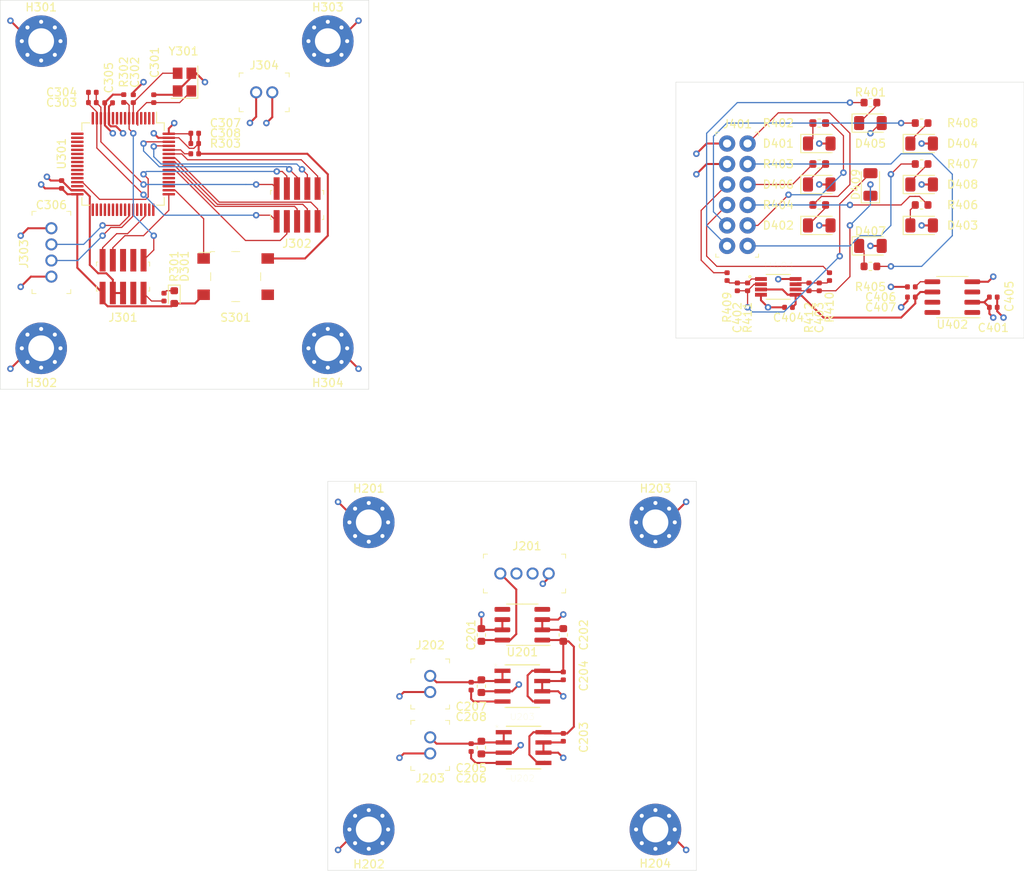
<source format=kicad_pcb>
(kicad_pcb (version 20171130) (host pcbnew "(5.1.6)-1")
  (title_block (title "Sort and Save Scanner") (date 2021-01-21) (rev v1.0.0) (company AIML) (comment 4 "Author: Brent Lukasik"))
  (layers (0 TOP.Cu signal) (1 GND.Cu power hide) (2 POWER.Cu power hide) (31 BOTTOM.Cu signal) (34 B.Paste user) (35 F.Paste user) (36 B.SilkS user) (37 F.SilkS user) (38 B.Mask user) (39 F.Mask user) (44 Edge.Cuts user))
  (net 0 "")
  (net 1 +5V)
  (net 2 GND)
  (net 3 +2V5)
  (net 4 +3V3)
  (net 5 "/ARM Board/HSE_IN")
  (net 6 "/ARM Board/HSE_OUT")
  (net 7 "Net-(C403-Pad2)")
  (net 8 "Net-(D301-Pad1)")
  (net 9 "/ARM Board/NRST")
  (net 10 "Net-(J301-Pad9)")
  (net 11 "Net-(J301-Pad8)")
  (net 12 "Net-(J301-Pad7)")
  (net 13 "Net-(J301-Pad6)")
  (net 14 "/ARM Board/SWCLK")
  (net 15 "/ARM Board/SWDIO")
  (net 16 "Net-(U301-Pad54)")
  (net 17 "Net-(U301-Pad53)")
  (net 18 "Net-(U301-Pad52)")
  (net 19 "Net-(U301-Pad51)")
  (net 20 "Net-(U301-Pad48)")
  (net 21 "Net-(U301-Pad47)")
  (net 22 "Net-(U301-Pad45)")
  (net 23 "Net-(U301-Pad44)")
  (net 24 "Net-(U301-Pad41)")
  (net 25 "Net-(U301-Pad40)")
  (net 26 "Net-(U301-Pad39)")
  (net 27 "Net-(U301-Pad38)")
  (net 28 "Net-(U301-Pad37)")
  (net 29 "Net-(U301-Pad36)")
  (net 30 "Net-(U301-Pad35)")
  (net 31 "Net-(U301-Pad34)")
  (net 32 "Net-(U301-Pad33)")
  (net 33 "Net-(U301-Pad30)")
  (net 34 "Net-(U301-Pad28)")
  (net 35 "Net-(U301-Pad25)")
  (net 36 "Net-(U301-Pad24)")
  (net 37 "Net-(U301-Pad23)")
  (net 38 "Net-(U301-Pad22)")
  (net 39 "Net-(U301-Pad21)")
  (net 40 "Net-(U301-Pad20)")
  (net 41 "Net-(U301-Pad19)")
  (net 42 "Net-(U301-Pad18)")
  (net 43 "Net-(U301-Pad17)")
  (net 44 "Net-(U301-Pad16)")
  (net 45 "Net-(U301-Pad11)")
  (net 46 "Net-(U301-Pad10)")
  (net 47 "Net-(U301-Pad9)")
  (net 48 "Net-(U301-Pad8)")
  (net 49 "Net-(U301-Pad4)")
  (net 50 "Net-(U301-Pad3)")
  (net 51 "Net-(U301-Pad2)")
  (net 52 "Net-(U301-Pad1)")
  (net 53 "Net-(U402-Pad1)")
  (net 54 +24V)
  (net 55 +12V)
  (net 56 "Net-(C205-Pad2)")
  (net 57 "Net-(C207-Pad2)")
  (net 58 "/ARM Board/ANALOG_IN2")
  (net 59 "/ARM Board/ANALOG_IN1")
  (net 60 "Net-(C402-Pad2)")
  (net 61 "Net-(C402-Pad1)")
  (net 62 "Net-(C403-Pad1)")
  (net 63 "Net-(C406-Pad1)")
  (net 64 "Net-(D401-Pad1)")
  (net 65 "Net-(D402-Pad1)")
  (net 66 "Net-(D403-Pad1)")
  (net 67 "Net-(D404-Pad1)")
  (net 68 "Net-(D405-Pad1)")
  (net 69 "Net-(D406-Pad1)")
  (net 70 "Net-(D407-Pad1)")
  (net 71 "Net-(D408-Pad1)")
  (net 72 "Net-(J201-Pad3)")
  (net 73 "Net-(J201-Pad2)")
  (net 74 "/ARM Board/LED_OUT5")
  (net 75 "/ARM Board/LED_OUT4")
  (net 76 "/ARM Board/LED_OUT6")
  (net 77 "/ARM Board/LED_OUT3")
  (net 78 "/ARM Board/LED_OUT7")
  (net 79 "/ARM Board/LED_OUT2")
  (net 80 "/ARM Board/LED_OUT8")
  (net 81 "/ARM Board/LED_OUT1")
  (net 82 /Sensor/LED_PWR_IN5)
  (net 83 /Sensor/LED_PWR_IN4)
  (net 84 /Sensor/LED_PWR_IN6)
  (net 85 /Sensor/LED_PWR_IN3)
  (net 86 /Sensor/LED_PWR_IN7)
  (net 87 /Sensor/LED_PWR_IN2)
  (net 88 /Sensor/LED_PWR_IN8)
  (net 89 /Sensor/LED_PWR_IN1)
  (net 90 /Sensor/ANALOG_OUT2)
  (net 91 /Sensor/ANALOG_OUT1)
  (net 92 "Net-(R303-Pad1)")
  (net 93 "Net-(S301-Pad4)")
  (net 94 "Net-(S301-Pad1)")
  (net 95 "Net-(U201-Pad5)")
  (net 96 "Net-(U201-Pad4)")
  (net 97 "/ARM Board/UART_TX")
  (net 98 "/ARM Board/UART_RX")
  (net 99 "Net-(U301-Pad27)")
  (net 100 "Net-(U301-Pad26)")
  (net 101 "Net-(U402-Pad8)")
  (net 102 "Net-(U402-Pad7)")
  (net 103 "Net-(U402-Pad3)")
  (module LED_SMD:LED_1206_3216Metric (layer TOP.Cu) (at 175.26 86.36)
    (fp_text reference D406 (at -5.08 0) (layer F.SilkS))
    (fp_text value 940nm)
    (pad 2 smd roundrect (at 1.4 0) (size 1.25 1.75) (layers TOP.Cu F.Paste F.Mask) (roundrect_rratio 0.2) (net 2 GND))
    (pad 1 smd roundrect (at -1.4 0) (size 1.25 1.75) (layers TOP.Cu F.Paste F.Mask) (roundrect_rratio 0.2) (net 69 "Net-(D406-Pad1)"))
  )
  (module LED_SMD:LED_1206_3216Metric (layer TOP.Cu) (at 181.61 78.74)
    (fp_text reference D405 (at 0 2.54) (layer F.SilkS))
    (fp_text value White)
    (pad 2 smd roundrect (at 1.4 0) (size 1.25 1.75) (layers TOP.Cu F.Paste F.Mask) (roundrect_rratio 0.2) (net 2 GND))
    (pad 1 smd roundrect (at -1.4 0) (size 1.25 1.75) (layers TOP.Cu F.Paste F.Mask) (roundrect_rratio 0.2) (net 68 "Net-(D405-Pad1)"))
  )
  (module MountingHole:MountingHole_3.2mm_M3_Pad_Via (layer TOP.Cu) (at 154.94 166.37)
    (fp_text reference H204 (at -0.029881 4.221374) (layer F.SilkS))
    (fp_text value MountingHole_Pad)
    (pad 1 thru_hole circle (at 1.697056 -1.697056) (size 0.8 0.8) (drill 0.5) (layers *.Cu *.Mask) (net 2 GND))
    (pad 1 thru_hole circle (at 0 -2.4) (size 0.8 0.8) (drill 0.5) (layers *.Cu *.Mask) (net 2 GND))
    (pad 1 thru_hole circle (at -1.697056 -1.697056) (size 0.8 0.8) (drill 0.5) (layers *.Cu *.Mask) (net 2 GND))
    (pad 1 thru_hole circle (at -2.4 0) (size 0.8 0.8) (drill 0.5) (layers *.Cu *.Mask) (net 2 GND))
    (pad 1 thru_hole circle (at -1.697056 1.697056) (size 0.8 0.8) (drill 0.5) (layers *.Cu *.Mask) (net 2 GND))
    (pad 1 thru_hole circle (at 0 2.4) (size 0.8 0.8) (drill 0.5) (layers *.Cu *.Mask) (net 2 GND))
    (pad 1 thru_hole circle (at 1.697056 1.697056) (size 0.8 0.8) (drill 0.5) (layers *.Cu *.Mask) (net 2 GND))
    (pad 1 thru_hole circle (at 2.4 0) (size 0.8 0.8) (drill 0.5) (layers *.Cu *.Mask) (net 2 GND))
    (pad 1 thru_hole circle (at 0 0) (size 6.4 6.4) (drill 3.2) (layers *.Cu *.Mask) (net 2 GND))
  )
  (module MountingHole:MountingHole_3.2mm_M3_Pad_Via (layer TOP.Cu) (at 154.94 128.27)
    (fp_text reference H203 (at 0 -4.2) (layer F.SilkS))
    (fp_text value MountingHole_Pad)
    (pad 1 thru_hole circle (at 1.697056 -1.697056) (size 0.8 0.8) (drill 0.5) (layers *.Cu *.Mask) (net 2 GND))
    (pad 1 thru_hole circle (at 0 -2.4) (size 0.8 0.8) (drill 0.5) (layers *.Cu *.Mask) (net 2 GND))
    (pad 1 thru_hole circle (at -1.697056 -1.697056) (size 0.8 0.8) (drill 0.5) (layers *.Cu *.Mask) (net 2 GND))
    (pad 1 thru_hole circle (at -2.4 0) (size 0.8 0.8) (drill 0.5) (layers *.Cu *.Mask) (net 2 GND))
    (pad 1 thru_hole circle (at -1.697056 1.697056) (size 0.8 0.8) (drill 0.5) (layers *.Cu *.Mask) (net 2 GND))
    (pad 1 thru_hole circle (at 0 2.4) (size 0.8 0.8) (drill 0.5) (layers *.Cu *.Mask) (net 2 GND))
    (pad 1 thru_hole circle (at 1.697056 1.697056) (size 0.8 0.8) (drill 0.5) (layers *.Cu *.Mask) (net 2 GND))
    (pad 1 thru_hole circle (at 2.4 0) (size 0.8 0.8) (drill 0.5) (layers *.Cu *.Mask) (net 2 GND))
    (pad 1 thru_hole circle (at 0 0) (size 6.4 6.4) (drill 3.2) (layers *.Cu *.Mask) (net 2 GND))
  )
  (module MountingHole:MountingHole_3.2mm_M3_Pad_Via (layer TOP.Cu) (at 119.38 166.37)
    (fp_text reference H202 (at 0.019601 4.314838) (layer F.SilkS))
    (fp_text value MountingHole_Pad)
    (pad 1 thru_hole circle (at 1.697056 -1.697056) (size 0.8 0.8) (drill 0.5) (layers *.Cu *.Mask) (net 2 GND))
    (pad 1 thru_hole circle (at 0 -2.4) (size 0.8 0.8) (drill 0.5) (layers *.Cu *.Mask) (net 2 GND))
    (pad 1 thru_hole circle (at -1.697056 -1.697056) (size 0.8 0.8) (drill 0.5) (layers *.Cu *.Mask) (net 2 GND))
    (pad 1 thru_hole circle (at -2.4 0) (size 0.8 0.8) (drill 0.5) (layers *.Cu *.Mask) (net 2 GND))
    (pad 1 thru_hole circle (at -1.697056 1.697056) (size 0.8 0.8) (drill 0.5) (layers *.Cu *.Mask) (net 2 GND))
    (pad 1 thru_hole circle (at 0 2.4) (size 0.8 0.8) (drill 0.5) (layers *.Cu *.Mask) (net 2 GND))
    (pad 1 thru_hole circle (at 1.697056 1.697056) (size 0.8 0.8) (drill 0.5) (layers *.Cu *.Mask) (net 2 GND))
    (pad 1 thru_hole circle (at 2.4 0) (size 0.8 0.8) (drill 0.5) (layers *.Cu *.Mask) (net 2 GND))
    (pad 1 thru_hole circle (at 0 0) (size 6.4 6.4) (drill 3.2) (layers *.Cu *.Mask) (net 2 GND))
  )
  (module MountingHole:MountingHole_3.2mm_M3_Pad_Via (layer TOP.Cu) (at 119.38 128.27)
    (fp_text reference H201 (at 0 -4.2) (layer F.SilkS))
    (fp_text value MountingHole_Pad)
    (pad 1 thru_hole circle (at 1.697056 -1.697056) (size 0.8 0.8) (drill 0.5) (layers *.Cu *.Mask) (net 2 GND))
    (pad 1 thru_hole circle (at 0 -2.4) (size 0.8 0.8) (drill 0.5) (layers *.Cu *.Mask) (net 2 GND))
    (pad 1 thru_hole circle (at -1.697056 -1.697056) (size 0.8 0.8) (drill 0.5) (layers *.Cu *.Mask) (net 2 GND))
    (pad 1 thru_hole circle (at -2.4 0) (size 0.8 0.8) (drill 0.5) (layers *.Cu *.Mask) (net 2 GND))
    (pad 1 thru_hole circle (at -1.697056 1.697056) (size 0.8 0.8) (drill 0.5) (layers *.Cu *.Mask) (net 2 GND))
    (pad 1 thru_hole circle (at 0 2.4) (size 0.8 0.8) (drill 0.5) (layers *.Cu *.Mask) (net 2 GND))
    (pad 1 thru_hole circle (at 1.697056 1.697056) (size 0.8 0.8) (drill 0.5) (layers *.Cu *.Mask) (net 2 GND))
    (pad 1 thru_hole circle (at 2.4 0) (size 0.8 0.8) (drill 0.5) (layers *.Cu *.Mask) (net 2 GND))
    (pad 1 thru_hole circle (at 0 0) (size 6.4 6.4) (drill 3.2) (layers *.Cu *.Mask) (net 2 GND))
  )
  (module MountingHole:MountingHole_3.2mm_M3_Pad_Via (layer TOP.Cu) (at 114.3 106.68)
    (fp_text reference H304 (at -0.004004 4.290475) (layer F.SilkS))
    (fp_text value MountingHole_Pad)
    (pad 1 thru_hole circle (at 1.697056 -1.697056) (size 0.8 0.8) (drill 0.5) (layers *.Cu *.Mask) (net 2 GND))
    (pad 1 thru_hole circle (at 0 -2.4) (size 0.8 0.8) (drill 0.5) (layers *.Cu *.Mask) (net 2 GND))
    (pad 1 thru_hole circle (at -1.697056 -1.697056) (size 0.8 0.8) (drill 0.5) (layers *.Cu *.Mask) (net 2 GND))
    (pad 1 thru_hole circle (at -2.4 0) (size 0.8 0.8) (drill 0.5) (layers *.Cu *.Mask) (net 2 GND))
    (pad 1 thru_hole circle (at -1.697056 1.697056) (size 0.8 0.8) (drill 0.5) (layers *.Cu *.Mask) (net 2 GND))
    (pad 1 thru_hole circle (at 0 2.4) (size 0.8 0.8) (drill 0.5) (layers *.Cu *.Mask) (net 2 GND))
    (pad 1 thru_hole circle (at 1.697056 1.697056) (size 0.8 0.8) (drill 0.5) (layers *.Cu *.Mask) (net 2 GND))
    (pad 1 thru_hole circle (at 2.4 0) (size 0.8 0.8) (drill 0.5) (layers *.Cu *.Mask) (net 2 GND))
    (pad 1 thru_hole circle (at 0 0) (size 6.4 6.4) (drill 3.2) (layers *.Cu *.Mask) (net 2 GND))
  )
  (module MountingHole:MountingHole_3.2mm_M3_Pad_Via (layer TOP.Cu) (at 114.3 68.58)
    (fp_text reference H303 (at 0 -4.2) (layer F.SilkS))
    (fp_text value MountingHole_Pad)
    (pad 1 thru_hole circle (at 1.697056 -1.697056) (size 0.8 0.8) (drill 0.5) (layers *.Cu *.Mask) (net 2 GND))
    (pad 1 thru_hole circle (at 0 -2.4) (size 0.8 0.8) (drill 0.5) (layers *.Cu *.Mask) (net 2 GND))
    (pad 1 thru_hole circle (at -1.697056 -1.697056) (size 0.8 0.8) (drill 0.5) (layers *.Cu *.Mask) (net 2 GND))
    (pad 1 thru_hole circle (at -2.4 0) (size 0.8 0.8) (drill 0.5) (layers *.Cu *.Mask) (net 2 GND))
    (pad 1 thru_hole circle (at -1.697056 1.697056) (size 0.8 0.8) (drill 0.5) (layers *.Cu *.Mask) (net 2 GND))
    (pad 1 thru_hole circle (at 0 2.4) (size 0.8 0.8) (drill 0.5) (layers *.Cu *.Mask) (net 2 GND))
    (pad 1 thru_hole circle (at 1.697056 1.697056) (size 0.8 0.8) (drill 0.5) (layers *.Cu *.Mask) (net 2 GND))
    (pad 1 thru_hole circle (at 2.4 0) (size 0.8 0.8) (drill 0.5) (layers *.Cu *.Mask) (net 2 GND))
    (pad 1 thru_hole circle (at 0 0) (size 6.4 6.4) (drill 3.2) (layers *.Cu *.Mask) (net 2 GND))
  )
  (module MountingHole:MountingHole_3.2mm_M3_Pad_Via (layer TOP.Cu) (at 78.74 106.68)
    (fp_text reference H302 (at 0.02052 4.286547) (layer F.SilkS))
    (fp_text value MountingHole_Pad)
    (pad 1 thru_hole circle (at 1.697056 -1.697056) (size 0.8 0.8) (drill 0.5) (layers *.Cu *.Mask) (net 2 GND))
    (pad 1 thru_hole circle (at 0 -2.4) (size 0.8 0.8) (drill 0.5) (layers *.Cu *.Mask) (net 2 GND))
    (pad 1 thru_hole circle (at -1.697056 -1.697056) (size 0.8 0.8) (drill 0.5) (layers *.Cu *.Mask) (net 2 GND))
    (pad 1 thru_hole circle (at -2.4 0) (size 0.8 0.8) (drill 0.5) (layers *.Cu *.Mask) (net 2 GND))
    (pad 1 thru_hole circle (at -1.697056 1.697056) (size 0.8 0.8) (drill 0.5) (layers *.Cu *.Mask) (net 2 GND))
    (pad 1 thru_hole circle (at 0 2.4) (size 0.8 0.8) (drill 0.5) (layers *.Cu *.Mask) (net 2 GND))
    (pad 1 thru_hole circle (at 1.697056 1.697056) (size 0.8 0.8) (drill 0.5) (layers *.Cu *.Mask) (net 2 GND))
    (pad 1 thru_hole circle (at 2.4 0) (size 0.8 0.8) (drill 0.5) (layers *.Cu *.Mask) (net 2 GND))
    (pad 1 thru_hole circle (at 0 0) (size 6.4 6.4) (drill 3.2) (layers *.Cu *.Mask) (net 2 GND))
  )
  (module MountingHole:MountingHole_3.2mm_M3_Pad_Via (layer TOP.Cu) (at 78.74 68.58)
    (fp_text reference H301 (at 0 -4.2) (layer F.SilkS))
    (fp_text value MountingHole_Pad)
    (pad 1 thru_hole circle (at 1.697056 -1.697056) (size 0.8 0.8) (drill 0.5) (layers *.Cu *.Mask) (net 2 GND))
    (pad 1 thru_hole circle (at 0 -2.4) (size 0.8 0.8) (drill 0.5) (layers *.Cu *.Mask) (net 2 GND))
    (pad 1 thru_hole circle (at -1.697056 -1.697056) (size 0.8 0.8) (drill 0.5) (layers *.Cu *.Mask) (net 2 GND))
    (pad 1 thru_hole circle (at -2.4 0) (size 0.8 0.8) (drill 0.5) (layers *.Cu *.Mask) (net 2 GND))
    (pad 1 thru_hole circle (at -1.697056 1.697056) (size 0.8 0.8) (drill 0.5) (layers *.Cu *.Mask) (net 2 GND))
    (pad 1 thru_hole circle (at 0 2.4) (size 0.8 0.8) (drill 0.5) (layers *.Cu *.Mask) (net 2 GND))
    (pad 1 thru_hole circle (at 1.697056 1.697056) (size 0.8 0.8) (drill 0.5) (layers *.Cu *.Mask) (net 2 GND))
    (pad 1 thru_hole circle (at 2.4 0) (size 0.8 0.8) (drill 0.5) (layers *.Cu *.Mask) (net 2 GND))
    (pad 1 thru_hole circle (at 0 0) (size 6.4 6.4) (drill 3.2) (layers *.Cu *.Mask) (net 2 GND))
  )
  (module digikey-footprints:PinHeader_1x2_P2mm_Drill1mm (layer TOP.Cu) (at 105.41 74.93)
    (fp_text reference J304 (at 1 -3.35) (layer F.SilkS))
    (fp_text value B2B-PH-K-S_LF__SN_)
    (pad 2 thru_hole circle (at 2 0) (size 1.5 1.5) (drill 1) (layers *.Cu *.Mask) (net 2 GND))
    (pad 1 thru_hole circle (at 0 0) (size 1.5 1.5) (drill 1) (layers *.Cu *.Mask) (net 4 +3V3))
  )
  (module digikey-footprints:PinHeader_1x4_P2mm_Drill1mm (layer TOP.Cu) (at 80.01 97.79 90)
    (fp_text reference J303 (at 2.81868 -3.407875 90) (layer F.SilkS))
    (fp_text value B4B-PH-K-S_LF__SN_)
    (pad 4 thru_hole circle (at 6 0 90) (size 1.5 1.5) (drill 1) (layers *.Cu *.Mask) (net 4 +3V3))
    (pad 3 thru_hole circle (at 4 0 90) (size 1.5 1.5) (drill 1) (layers *.Cu *.Mask) (net 98 "/ARM Board/UART_RX"))
    (pad 2 thru_hole circle (at 2 0 90) (size 1.5 1.5) (drill 1) (layers *.Cu *.Mask) (net 97 "/ARM Board/UART_TX"))
    (pad 1 thru_hole circle (at 0 0 90) (size 1.5 1.5) (drill 1) (layers *.Cu *.Mask) (net 2 GND))
  )
  (module digikey-footprints:PinHeader_1x2_P2mm_Drill1mm (layer TOP.Cu) (at 127 154.94 270)
    (fp_text reference J203 (at 5.08 0 180) (layer F.SilkS))
    (fp_text value B2B-PH-K-S_LF__SN_)
    (pad 2 thru_hole circle (at 2 0 270) (size 1.5 1.5) (drill 1) (layers *.Cu *.Mask) (net 2 GND))
    (pad 1 thru_hole circle (at 0 0 270) (size 1.5 1.5) (drill 1) (layers *.Cu *.Mask) (net 1 +5V))
  )
  (module digikey-footprints:PinHeader_1x2_P2mm_Drill1mm (layer TOP.Cu) (at 127 147.32 270)
    (fp_text reference J202 (at -3.81 0 180) (layer F.SilkS))
    (fp_text value B2B-PH-K-S_LF__SN_)
    (pad 2 thru_hole circle (at 2 0 270) (size 1.5 1.5) (drill 1) (layers *.Cu *.Mask) (net 2 GND))
    (pad 1 thru_hole circle (at 0 0 270) (size 1.5 1.5) (drill 1) (layers *.Cu *.Mask) (net 4 +3V3))
  )
  (module Crystal:Crystal_SMD_3225-4Pin_3.2x2.5mm (layer TOP.Cu) (at 96.52 73.66 90)
    (fp_text reference Y301 (at 3.823407 -0.115032) (layer F.SilkS))
    (fp_text value 8MHz)
    (pad 4 smd rect (at -1.1 -0.85 90) (size 1.4 1.2) (layers TOP.Cu F.Paste F.Mask) (net 2 GND))
    (pad 3 smd rect (at 1.1 -0.85 90) (size 1.4 1.2) (layers TOP.Cu F.Paste F.Mask) (net 6 "/ARM Board/HSE_OUT"))
    (pad 2 smd rect (at 1.1 0.85 90) (size 1.4 1.2) (layers TOP.Cu F.Paste F.Mask) (net 2 GND))
    (pad 1 smd rect (at -1.1 0.85 90) (size 1.4 1.2) (layers TOP.Cu F.Paste F.Mask) (net 5 "/ARM Board/HSE_IN"))
  )
  (module digikey-footprints:PinHeader_6x2_P2.54mm_Vertical (layer TOP.Cu) (at 163.83 81.28)
    (fp_text reference J401 (at 1.292994 -2.408532) (layer F.SilkS))
    (fp_text value 67996-412HLF)
    (pad 12 thru_hole circle (at 2.54 0) (size 2.02 2.02) (drill 1.02) (layers *.Cu *.Mask) (net 82 /Sensor/LED_PWR_IN5))
    (pad 11 thru_hole circle (at 2.54 2.54) (size 2.02 2.02) (drill 1.02) (layers *.Cu *.Mask) (net 83 /Sensor/LED_PWR_IN4))
    (pad 10 thru_hole circle (at 2.54 5.08) (size 2.02 2.02) (drill 1.02) (layers *.Cu *.Mask) (net 84 /Sensor/LED_PWR_IN6))
    (pad 9 thru_hole circle (at 2.54 7.62) (size 2.02 2.02) (drill 1.02) (layers *.Cu *.Mask) (net 85 /Sensor/LED_PWR_IN3))
    (pad 8 thru_hole circle (at 2.54 10.16) (size 2.02 2.02) (drill 1.02) (layers *.Cu *.Mask) (net 86 /Sensor/LED_PWR_IN7))
    (pad 7 thru_hole circle (at 2.54 12.7) (size 2.02 2.02) (drill 1.02) (layers *.Cu *.Mask) (net 87 /Sensor/LED_PWR_IN2))
    (pad 6 thru_hole circle (at 0 12.7) (size 2.02 2.02) (drill 1.02) (layers *.Cu *.Mask) (net 88 /Sensor/LED_PWR_IN8))
    (pad 5 thru_hole circle (at 0 10.16) (size 2.02 2.02) (drill 1.02) (layers *.Cu *.Mask) (net 89 /Sensor/LED_PWR_IN1))
    (pad 4 thru_hole circle (at 0 7.62) (size 2.02 2.02) (drill 1.02) (layers *.Cu *.Mask) (net 90 /Sensor/ANALOG_OUT2))
    (pad 3 thru_hole circle (at 0 5.08) (size 2.02 2.02) (drill 1.02) (layers *.Cu *.Mask) (net 91 /Sensor/ANALOG_OUT1))
    (pad 2 thru_hole circle (at 0 2.54) (size 2.02 2.02) (drill 1.02) (layers *.Cu *.Mask) (net 1 +5V))
    (pad 1 thru_hole circle (at 0 0) (size 2.02 2.02) (drill 1.02) (layers *.Cu *.Mask) (net 2 GND))
  )
  (module Package_QFP:LQFP-64_10x10mm_P0.5mm (layer TOP.Cu) (at 88.9 83.82 270)
    (fp_text reference U301 (at -1.27 7.62 270) (layer F.SilkS))
    (fp_text value STM32F051R8Tx)
    (pad 64 smd roundrect (at -3.75 -5.675 270) (size 0.3 1.55) (layers TOP.Cu F.Paste F.Mask) (net 4 +3V3))
    (pad 63 smd roundrect (at -3.25 -5.675 270) (size 0.3 1.55) (layers TOP.Cu F.Paste F.Mask) (net 2 GND))
    (pad 62 smd roundrect (at -2.75 -5.675 270) (size 0.3 1.55) (layers TOP.Cu F.Paste F.Mask) (net 78 "/ARM Board/LED_OUT7"))
    (pad 61 smd roundrect (at -2.25 -5.675 270) (size 0.3 1.55) (layers TOP.Cu F.Paste F.Mask) (net 76 "/ARM Board/LED_OUT6"))
    (pad 60 smd roundrect (at -1.75 -5.675 270) (size 0.3 1.55) (layers TOP.Cu F.Paste F.Mask) (net 92 "Net-(R303-Pad1)"))
    (pad 59 smd roundrect (at -1.25 -5.675 270) (size 0.3 1.55) (layers TOP.Cu F.Paste F.Mask) (net 74 "/ARM Board/LED_OUT5"))
    (pad 58 smd roundrect (at -0.75 -5.675 270) (size 0.3 1.55) (layers TOP.Cu F.Paste F.Mask) (net 75 "/ARM Board/LED_OUT4"))
    (pad 57 smd roundrect (at -0.25 -5.675 270) (size 0.3 1.55) (layers TOP.Cu F.Paste F.Mask) (net 77 "/ARM Board/LED_OUT3"))
    (pad 56 smd roundrect (at 0.25 -5.675 270) (size 0.3 1.55) (layers TOP.Cu F.Paste F.Mask) (net 79 "/ARM Board/LED_OUT2"))
    (pad 55 smd roundrect (at 0.75 -5.675 270) (size 0.3 1.55) (layers TOP.Cu F.Paste F.Mask) (net 81 "/ARM Board/LED_OUT1"))
    (pad 54 smd roundrect (at 1.25 -5.675 270) (size 0.3 1.55) (layers TOP.Cu F.Paste F.Mask) (net 16 "Net-(U301-Pad54)"))
    (pad 53 smd roundrect (at 1.75 -5.675 270) (size 0.3 1.55) (layers TOP.Cu F.Paste F.Mask) (net 17 "Net-(U301-Pad53)"))
    (pad 52 smd roundrect (at 2.25 -5.675 270) (size 0.3 1.55) (layers TOP.Cu F.Paste F.Mask) (net 18 "Net-(U301-Pad52)"))
    (pad 51 smd roundrect (at 2.75 -5.675 270) (size 0.3 1.55) (layers TOP.Cu F.Paste F.Mask) (net 19 "Net-(U301-Pad51)"))
    (pad 50 smd roundrect (at 3.25 -5.675 270) (size 0.3 1.55) (layers TOP.Cu F.Paste F.Mask) (net 94 "Net-(S301-Pad1)"))
    (pad 49 smd roundrect (at 3.75 -5.675 270) (size 0.3 1.55) (layers TOP.Cu F.Paste F.Mask) (net 14 "/ARM Board/SWCLK"))
    (pad 48 smd roundrect (at 5.675 -3.75 270) (size 1.55 0.3) (layers TOP.Cu F.Paste F.Mask) (net 20 "Net-(U301-Pad48)"))
    (pad 47 smd roundrect (at 5.675 -3.25 270) (size 1.55 0.3) (layers TOP.Cu F.Paste F.Mask) (net 21 "Net-(U301-Pad47)"))
    (pad 46 smd roundrect (at 5.675 -2.75 270) (size 1.55 0.3) (layers TOP.Cu F.Paste F.Mask) (net 15 "/ARM Board/SWDIO"))
    (pad 45 smd roundrect (at 5.675 -2.25 270) (size 1.55 0.3) (layers TOP.Cu F.Paste F.Mask) (net 22 "Net-(U301-Pad45)"))
    (pad 44 smd roundrect (at 5.675 -1.75 270) (size 1.55 0.3) (layers TOP.Cu F.Paste F.Mask) (net 23 "Net-(U301-Pad44)"))
    (pad 43 smd roundrect (at 5.675 -1.25 270) (size 1.55 0.3) (layers TOP.Cu F.Paste F.Mask) (net 97 "/ARM Board/UART_TX"))
    (pad 42 smd roundrect (at 5.675 -0.75 270) (size 1.55 0.3) (layers TOP.Cu F.Paste F.Mask) (net 98 "/ARM Board/UART_RX"))
    (pad 41 smd roundrect (at 5.675 -0.25 270) (size 1.55 0.3) (layers TOP.Cu F.Paste F.Mask) (net 24 "Net-(U301-Pad41)"))
    (pad 40 smd roundrect (at 5.675 0.25 270) (size 1.55 0.3) (layers TOP.Cu F.Paste F.Mask) (net 25 "Net-(U301-Pad40)"))
    (pad 39 smd roundrect (at 5.675 0.75 270) (size 1.55 0.3) (layers TOP.Cu F.Paste F.Mask) (net 26 "Net-(U301-Pad39)"))
    (pad 38 smd roundrect (at 5.675 1.25 270) (size 1.55 0.3) (layers TOP.Cu F.Paste F.Mask) (net 27 "Net-(U301-Pad38)"))
    (pad 37 smd roundrect (at 5.675 1.75 270) (size 1.55 0.3) (layers TOP.Cu F.Paste F.Mask) (net 28 "Net-(U301-Pad37)"))
    (pad 36 smd roundrect (at 5.675 2.25 270) (size 1.55 0.3) (layers TOP.Cu F.Paste F.Mask) (net 29 "Net-(U301-Pad36)"))
    (pad 35 smd roundrect (at 5.675 2.75 270) (size 1.55 0.3) (layers TOP.Cu F.Paste F.Mask) (net 30 "Net-(U301-Pad35)"))
    (pad 34 smd roundrect (at 5.675 3.25 270) (size 1.55 0.3) (layers TOP.Cu F.Paste F.Mask) (net 31 "Net-(U301-Pad34)"))
    (pad 33 smd roundrect (at 5.675 3.75 270) (size 1.55 0.3) (layers TOP.Cu F.Paste F.Mask) (net 32 "Net-(U301-Pad33)"))
    (pad 32 smd roundrect (at 3.75 5.675 270) (size 0.3 1.55) (layers TOP.Cu F.Paste F.Mask) (net 4 +3V3))
    (pad 31 smd roundrect (at 3.25 5.675 270) (size 0.3 1.55) (layers TOP.Cu F.Paste F.Mask) (net 2 GND))
    (pad 30 smd roundrect (at 2.75 5.675 270) (size 0.3 1.55) (layers TOP.Cu F.Paste F.Mask) (net 33 "Net-(U301-Pad30)"))
    (pad 29 smd roundrect (at 2.25 5.675 270) (size 0.3 1.55) (layers TOP.Cu F.Paste F.Mask) (net 80 "/ARM Board/LED_OUT8"))
    (pad 28 smd roundrect (at 1.75 5.675 270) (size 0.3 1.55) (layers TOP.Cu F.Paste F.Mask) (net 34 "Net-(U301-Pad28)"))
    (pad 27 smd roundrect (at 1.25 5.675 270) (size 0.3 1.55) (layers TOP.Cu F.Paste F.Mask) (net 99 "Net-(U301-Pad27)"))
    (pad 26 smd roundrect (at 0.75 5.675 270) (size 0.3 1.55) (layers TOP.Cu F.Paste F.Mask) (net 100 "Net-(U301-Pad26)"))
    (pad 25 smd roundrect (at 0.25 5.675 270) (size 0.3 1.55) (layers TOP.Cu F.Paste F.Mask) (net 35 "Net-(U301-Pad25)"))
    (pad 24 smd roundrect (at -0.25 5.675 270) (size 0.3 1.55) (layers TOP.Cu F.Paste F.Mask) (net 36 "Net-(U301-Pad24)"))
    (pad 23 smd roundrect (at -0.75 5.675 270) (size 0.3 1.55) (layers TOP.Cu F.Paste F.Mask) (net 37 "Net-(U301-Pad23)"))
    (pad 22 smd roundrect (at -1.25 5.675 270) (size 0.3 1.55) (layers TOP.Cu F.Paste F.Mask) (net 38 "Net-(U301-Pad22)"))
    (pad 21 smd roundrect (at -1.75 5.675 270) (size 0.3 1.55) (layers TOP.Cu F.Paste F.Mask) (net 39 "Net-(U301-Pad21)"))
    (pad 20 smd roundrect (at -2.25 5.675 270) (size 0.3 1.55) (layers TOP.Cu F.Paste F.Mask) (net 40 "Net-(U301-Pad20)"))
    (pad 19 smd roundrect (at -2.75 5.675 270) (size 0.3 1.55) (layers TOP.Cu F.Paste F.Mask) (net 41 "Net-(U301-Pad19)"))
    (pad 18 smd roundrect (at -3.25 5.675 270) (size 0.3 1.55) (layers TOP.Cu F.Paste F.Mask) (net 42 "Net-(U301-Pad18)"))
    (pad 17 smd roundrect (at -3.75 5.675 270) (size 0.3 1.55) (layers TOP.Cu F.Paste F.Mask) (net 43 "Net-(U301-Pad17)"))
    (pad 16 smd roundrect (at -5.675 3.75 270) (size 1.55 0.3) (layers TOP.Cu F.Paste F.Mask) (net 44 "Net-(U301-Pad16)"))
    (pad 15 smd roundrect (at -5.675 3.25 270) (size 1.55 0.3) (layers TOP.Cu F.Paste F.Mask) (net 58 "/ARM Board/ANALOG_IN2"))
    (pad 14 smd roundrect (at -5.675 2.75 270) (size 1.55 0.3) (layers TOP.Cu F.Paste F.Mask) (net 59 "/ARM Board/ANALOG_IN1"))
    (pad 13 smd roundrect (at -5.675 2.25 270) (size 1.55 0.3) (layers TOP.Cu F.Paste F.Mask) (net 4 +3V3))
    (pad 12 smd roundrect (at -5.675 1.75 270) (size 1.55 0.3) (layers TOP.Cu F.Paste F.Mask) (net 2 GND))
    (pad 11 smd roundrect (at -5.675 1.25 270) (size 1.55 0.3) (layers TOP.Cu F.Paste F.Mask) (net 45 "Net-(U301-Pad11)"))
    (pad 10 smd roundrect (at -5.675 0.75 270) (size 1.55 0.3) (layers TOP.Cu F.Paste F.Mask) (net 46 "Net-(U301-Pad10)"))
    (pad 9 smd roundrect (at -5.675 0.25 270) (size 1.55 0.3) (layers TOP.Cu F.Paste F.Mask) (net 47 "Net-(U301-Pad9)"))
    (pad 8 smd roundrect (at -5.675 -0.25 270) (size 1.55 0.3) (layers TOP.Cu F.Paste F.Mask) (net 48 "Net-(U301-Pad8)"))
    (pad 7 smd roundrect (at -5.675 -0.75 270) (size 1.55 0.3) (layers TOP.Cu F.Paste F.Mask) (net 9 "/ARM Board/NRST"))
    (pad 6 smd roundrect (at -5.675 -1.25 270) (size 1.55 0.3) (layers TOP.Cu F.Paste F.Mask) (net 6 "/ARM Board/HSE_OUT"))
    (pad 5 smd roundrect (at -5.675 -1.75 270) (size 1.55 0.3) (layers TOP.Cu F.Paste F.Mask) (net 5 "/ARM Board/HSE_IN"))
    (pad 4 smd roundrect (at -5.675 -2.25 270) (size 1.55 0.3) (layers TOP.Cu F.Paste F.Mask) (net 49 "Net-(U301-Pad4)"))
    (pad 3 smd roundrect (at -5.675 -2.75 270) (size 1.55 0.3) (layers TOP.Cu F.Paste F.Mask) (net 50 "Net-(U301-Pad3)"))
    (pad 2 smd roundrect (at -5.675 -3.25 270) (size 1.55 0.3) (layers TOP.Cu F.Paste F.Mask) (net 51 "Net-(U301-Pad2)"))
    (pad 1 smd roundrect (at -5.675 -3.75 270) (size 1.55 0.3) (layers TOP.Cu F.Paste F.Mask) (net 52 "Net-(U301-Pad1)"))
  )
  (module digikey-footprints:SO-8_S (layer TOP.Cu) (at 138.43 148.59)
    (fp_text reference U203 (at 0 3.81) (layer F.SilkS) (effects (font (size 0.787402 0.787402) (thickness 0.015))))
    (fp_text value LT1763CS8-3.3)
    (fp_text user * (at -3.302 -2.3114) (layer F.SilkS) (effects (font (thickness 0.015))))
    (pad 8 smd rect (at 2.4638 -1.905) (size 1.9812 0.5334) (layers TOP.Cu F.Paste F.Mask) (net 55 +12V))
    (pad 7 smd rect (at 2.4638 -0.635) (size 1.9812 0.5334) (layers TOP.Cu F.Paste F.Mask) (net 2 GND))
    (pad 6 smd rect (at 2.4638 0.635) (size 1.9812 0.5334) (layers TOP.Cu F.Paste F.Mask) (net 2 GND))
    (pad 5 smd rect (at 2.4638 1.905) (size 1.9812 0.5334) (layers TOP.Cu F.Paste F.Mask) (net 55 +12V))
    (pad 4 smd rect (at -2.4638 1.905) (size 1.9812 0.5334) (layers TOP.Cu F.Paste F.Mask) (net 57 "Net-(C207-Pad2)"))
    (pad 3 smd rect (at -2.4638 0.635) (size 1.9812 0.5334) (layers TOP.Cu F.Paste F.Mask) (net 2 GND))
    (pad 2 smd rect (at -2.4638 -0.635) (size 1.9812 0.5334) (layers TOP.Cu F.Paste F.Mask) (net 4 +3V3))
    (pad 1 smd rect (at -2.4638 -1.905) (size 1.9812 0.5334) (layers TOP.Cu F.Paste F.Mask) (net 4 +3V3))
  )
  (module digikey-footprints:SO-8_S (layer TOP.Cu) (at 138.5856 156.21)
    (fp_text reference U202 (at -0.1556 3.81 180) (layer F.SilkS) (effects (font (size 0.787402 0.787402) (thickness 0.015))))
    (fp_text value LT1763CS8-5)
    (fp_text user * (at -3.302 -2.3114) (layer F.SilkS) (effects (font (thickness 0.015))))
    (pad 8 smd rect (at 2.4638 -1.905) (size 1.9812 0.5334) (layers TOP.Cu F.Paste F.Mask) (net 55 +12V))
    (pad 7 smd rect (at 2.4638 -0.635) (size 1.9812 0.5334) (layers TOP.Cu F.Paste F.Mask) (net 2 GND))
    (pad 6 smd rect (at 2.4638 0.635) (size 1.9812 0.5334) (layers TOP.Cu F.Paste F.Mask) (net 2 GND))
    (pad 5 smd rect (at 2.4638 1.905) (size 1.9812 0.5334) (layers TOP.Cu F.Paste F.Mask) (net 55 +12V))
    (pad 4 smd rect (at -2.4638 1.905) (size 1.9812 0.5334) (layers TOP.Cu F.Paste F.Mask) (net 56 "Net-(C205-Pad2)"))
    (pad 3 smd rect (at -2.4638 0.635) (size 1.9812 0.5334) (layers TOP.Cu F.Paste F.Mask) (net 2 GND))
    (pad 2 smd rect (at -2.4638 -0.635) (size 1.9812 0.5334) (layers TOP.Cu F.Paste F.Mask) (net 1 +5V))
    (pad 1 smd rect (at -2.4638 -1.905) (size 1.9812 0.5334) (layers TOP.Cu F.Paste F.Mask) (net 1 +5V))
  )
  (module Package_SO:SOIC-8_3.9x4.9mm_P1.27mm (layer TOP.Cu) (at 138.43 140.97 180)
    (fp_text reference U201 (at 0 -3.4) (layer F.SilkS))
    (fp_text value LM78L12_SO8)
    (pad 8 smd roundrect (at 2.475 -1.905 180) (size 1.95 0.6) (layers TOP.Cu F.Paste F.Mask) (net 54 +24V))
    (pad 7 smd roundrect (at 2.475 -0.635 180) (size 1.95 0.6) (layers TOP.Cu F.Paste F.Mask) (net 2 GND))
    (pad 6 smd roundrect (at 2.475 0.635 180) (size 1.95 0.6) (layers TOP.Cu F.Paste F.Mask) (net 2 GND))
    (pad 5 smd roundrect (at 2.475 1.905 180) (size 1.95 0.6) (layers TOP.Cu F.Paste F.Mask) (net 95 "Net-(U201-Pad5)"))
    (pad 4 smd roundrect (at -2.475 1.905 180) (size 1.95 0.6) (layers TOP.Cu F.Paste F.Mask) (net 96 "Net-(U201-Pad4)"))
    (pad 3 smd roundrect (at -2.475 0.635 180) (size 1.95 0.6) (layers TOP.Cu F.Paste F.Mask) (net 2 GND))
    (pad 2 smd roundrect (at -2.475 -0.635 180) (size 1.95 0.6) (layers TOP.Cu F.Paste F.Mask) (net 2 GND))
    (pad 1 smd roundrect (at -2.475 -1.905 180) (size 1.95 0.6) (layers TOP.Cu F.Paste F.Mask) (net 55 +12V))
  )
  (module digikey-footprints:Switch_Tactile_SMD_6x6mm_PTS645 (layer TOP.Cu) (at 102.87 97.79)
    (fp_text reference S301 (at 0 5.08) (layer F.SilkS))
    (fp_text value Scan_Button)
    (pad 4 smd rect (at 3.975 2.25) (size 1.55 1.3) (layers TOP.Cu F.Paste F.Mask) (net 93 "Net-(S301-Pad4)"))
    (pad 3 smd rect (at -3.975 2.25) (size 1.55 1.3) (layers TOP.Cu F.Paste F.Mask) (net 4 +3V3))
    (pad 2 smd rect (at 3.975 -2.25) (size 1.55 1.3) (layers TOP.Cu F.Paste F.Mask) (net 2 GND))
    (pad 1 smd rect (at -3.975 -2.25) (size 1.55 1.3) (layers TOP.Cu F.Paste F.Mask) (net 94 "Net-(S301-Pad1)"))
  )
  (module digikey-footprints:PinHeader_2x5_P1.27_SMD (layer TOP.Cu) (at 110.49 88.9)
    (fp_text reference J302 (at -0.022442 4.795708 180) (layer F.SilkS))
    (fp_text value FTSH-105-01-F-DV-K)
    (pad 10 smd rect (at 2.54 -2.035) (size 0.74 2.79) (layers TOP.Cu F.Paste F.Mask) (net 74 "/ARM Board/LED_OUT5"))
    (pad 9 smd rect (at 2.54 2.035) (size 0.74 2.79) (layers TOP.Cu F.Paste F.Mask) (net 75 "/ARM Board/LED_OUT4"))
    (pad 8 smd rect (at 1.27 -2.035) (size 0.74 2.79) (layers TOP.Cu F.Paste F.Mask) (net 76 "/ARM Board/LED_OUT6"))
    (pad 7 smd rect (at 1.27 2.035) (size 0.74 2.79) (layers TOP.Cu F.Paste F.Mask) (net 77 "/ARM Board/LED_OUT3"))
    (pad 6 smd rect (at 0 -2.035) (size 0.74 2.79) (layers TOP.Cu F.Paste F.Mask) (net 78 "/ARM Board/LED_OUT7"))
    (pad 5 smd rect (at 0 2.035) (size 0.74 2.79) (layers TOP.Cu F.Paste F.Mask) (net 79 "/ARM Board/LED_OUT2"))
    (pad 4 smd rect (at -1.27 -2.035) (size 0.74 2.79) (layers TOP.Cu F.Paste F.Mask) (net 80 "/ARM Board/LED_OUT8"))
    (pad 3 smd rect (at -1.27 2.035) (size 0.74 2.79) (layers TOP.Cu F.Paste F.Mask) (net 81 "/ARM Board/LED_OUT1"))
    (pad 2 smd rect (at -2.54 -2.035) (size 0.74 2.79) (layers TOP.Cu F.Paste F.Mask) (net 59 "/ARM Board/ANALOG_IN1"))
    (pad 1 smd rect (at -2.54 2.035) (size 0.74 2.79) (layers TOP.Cu F.Paste F.Mask) (net 58 "/ARM Board/ANALOG_IN2"))
  )
  (module digikey-footprints:PinHeader_1x4_P2mm_Drill1mm (layer TOP.Cu) (at 135.7 134.62)
    (fp_text reference J201 (at 3.3 -3.4) (layer F.SilkS))
    (fp_text value B4B-PH-K-S_LF__SN_)
    (pad 4 thru_hole circle (at 6 0) (size 1.5 1.5) (drill 1) (layers *.Cu *.Mask) (net 2 GND))
    (pad 3 thru_hole circle (at 4 0) (size 1.5 1.5) (drill 1) (layers *.Cu *.Mask) (net 72 "Net-(J201-Pad3)"))
    (pad 2 thru_hole circle (at 2 0) (size 1.5 1.5) (drill 1) (layers *.Cu *.Mask) (net 73 "Net-(J201-Pad2)"))
    (pad 1 thru_hole circle (at 0 0) (size 1.5 1.5) (drill 1) (layers *.Cu *.Mask) (net 54 +24V))
  )
  (module Capacitor_SMD:C_0402_1005Metric (layer TOP.Cu) (at 85.09 74.93 180)
    (fp_text reference C304 (at 3.81 0 180) (layer F.SilkS))
    (fp_text value 47nF)
    (pad 2 smd roundrect (at 0.485 0 180) (size 0.59 0.64) (layers TOP.Cu F.Paste F.Mask) (net 58 "/ARM Board/ANALOG_IN2"))
    (pad 1 smd roundrect (at -0.485 0 180) (size 0.59 0.64) (layers TOP.Cu F.Paste F.Mask) (net 59 "/ARM Board/ANALOG_IN1"))
  )
  (module Capacitor_SMD:C_0402_1005Metric (layer TOP.Cu) (at 85.09 76.2 180)
    (fp_text reference C303 (at 3.81 0 180) (layer F.SilkS))
    (fp_text value 100pF)
    (pad 2 smd roundrect (at 0.485 0 180) (size 0.59 0.64) (layers TOP.Cu F.Paste F.Mask) (net 58 "/ARM Board/ANALOG_IN2"))
    (pad 1 smd roundrect (at -0.485 0 180) (size 0.59 0.64) (layers TOP.Cu F.Paste F.Mask) (net 59 "/ARM Board/ANALOG_IN1"))
  )
  (module Capacitor_SMD:C_0603_1608Metric (layer TOP.Cu) (at 133.35 148.59 90)
    (fp_text reference C208 (at -3.81 -1.27 180) (layer F.SilkS))
    (fp_text value 10uF)
    (pad 2 smd roundrect (at 0.7875 0 90) (size 0.875 0.95) (layers TOP.Cu F.Paste F.Mask) (net 4 +3V3))
    (pad 1 smd roundrect (at -0.7875 0 90) (size 0.875 0.95) (layers TOP.Cu F.Paste F.Mask) (net 2 GND))
  )
  (module Capacitor_SMD:C_0402_1005Metric (layer TOP.Cu) (at 132.08 148.59 270)
    (fp_text reference C207 (at 2.54 0 180) (layer F.SilkS))
    (fp_text value 10nf)
    (pad 2 smd roundrect (at 0.485 0 270) (size 0.59 0.64) (layers TOP.Cu F.Paste F.Mask) (net 57 "Net-(C207-Pad2)"))
    (pad 1 smd roundrect (at -0.485 0 270) (size 0.59 0.64) (layers TOP.Cu F.Paste F.Mask) (net 4 +3V3))
  )
  (module Capacitor_SMD:C_0402_1005Metric (layer TOP.Cu) (at 143.51 147.32 270)
    (fp_text reference C204 (at 0 -2.54 90) (layer F.SilkS))
    (fp_text value 1uF)
    (pad 2 smd roundrect (at 0.485 0 270) (size 0.59 0.64) (layers TOP.Cu F.Paste F.Mask) (net 2 GND))
    (pad 1 smd roundrect (at -0.485 0 270) (size 0.59 0.64) (layers TOP.Cu F.Paste F.Mask) (net 55 +12V))
  )
  (module Capacitor_SMD:C_0603_1608Metric (layer TOP.Cu) (at 143.51 142.24 270)
    (fp_text reference C202 (at 0 -2.54 90) (layer F.SilkS))
    (fp_text value 0.01uF)
    (pad 2 smd roundrect (at 0.7875 0 270) (size 0.875 0.95) (layers TOP.Cu F.Paste F.Mask) (net 55 +12V))
    (pad 1 smd roundrect (at -0.7875 0 270) (size 0.875 0.95) (layers TOP.Cu F.Paste F.Mask) (net 2 GND))
  )
  (module Capacitor_SMD:C_0603_1608Metric (layer TOP.Cu) (at 133.35 142.24 270)
    (fp_text reference C201 (at 0 1.27 90) (layer F.SilkS))
    (fp_text value 0.33uF)
    (pad 2 smd roundrect (at 0.7875 0 270) (size 0.875 0.95) (layers TOP.Cu F.Paste F.Mask) (net 54 +24V))
    (pad 1 smd roundrect (at -0.7875 0 270) (size 0.875 0.95) (layers TOP.Cu F.Paste F.Mask) (net 2 GND))
  )
  (module Package_SO:SOIC-8_3.9x4.9mm_P1.27mm (layer TOP.Cu) (at 191.77 100.33 180)
    (fp_text reference U402 (at 0 -3.4) (layer F.SilkS))
    (fp_text value REF5025AD)
    (pad 8 smd roundrect (at 2.475 -1.905 180) (size 1.95 0.6) (layers TOP.Cu F.Paste F.Mask) (net 101 "Net-(U402-Pad8)"))
    (pad 7 smd roundrect (at 2.475 -0.635 180) (size 1.95 0.6) (layers TOP.Cu F.Paste F.Mask) (net 102 "Net-(U402-Pad7)"))
    (pad 6 smd roundrect (at 2.475 0.635 180) (size 1.95 0.6) (layers TOP.Cu F.Paste F.Mask) (net 3 +2V5))
    (pad 5 smd roundrect (at 2.475 1.905 180) (size 1.95 0.6) (layers TOP.Cu F.Paste F.Mask) (net 63 "Net-(C406-Pad1)"))
    (pad 4 smd roundrect (at -2.475 1.905 180) (size 1.95 0.6) (layers TOP.Cu F.Paste F.Mask) (net 2 GND))
    (pad 3 smd roundrect (at -2.475 0.635 180) (size 1.95 0.6) (layers TOP.Cu F.Paste F.Mask) (net 103 "Net-(U402-Pad3)"))
    (pad 2 smd roundrect (at -2.475 -0.635 180) (size 1.95 0.6) (layers TOP.Cu F.Paste F.Mask) (net 1 +5V))
    (pad 1 smd roundrect (at -2.475 -1.905 180) (size 1.95 0.6) (layers TOP.Cu F.Paste F.Mask) (net 53 "Net-(U402-Pad1)"))
  )
  (module digikey-footprints:SOP65P490X110-8N (layer TOP.Cu) (at 170.18 99.06)
    (fp_text reference U401 (at 0.175 -2.535) (layer F.SilkS) (effects (font (thickness 0.015))))
    (fp_text value OPA2376AIDR-8)
    (pad 8 smd rect (at 2.15 -0.975) (size 1.47 0.48) (layers TOP.Cu F.Paste F.Mask) (net 1 +5V))
    (pad 7 smd rect (at 2.15 -0.325) (size 1.47 0.48) (layers TOP.Cu F.Paste F.Mask) (net 7 "Net-(C403-Pad2)"))
    (pad 6 smd rect (at 2.15 0.325) (size 1.47 0.48) (layers TOP.Cu F.Paste F.Mask) (net 62 "Net-(C403-Pad1)"))
    (pad 5 smd rect (at 2.15 0.975) (size 1.47 0.48) (layers TOP.Cu F.Paste F.Mask) (net 3 +2V5))
    (pad 4 smd rect (at -2.15 0.975) (size 1.47 0.48) (layers TOP.Cu F.Paste F.Mask) (net 2 GND))
    (pad 3 smd rect (at -2.15 0.325) (size 1.47 0.48) (layers TOP.Cu F.Paste F.Mask) (net 3 +2V5))
    (pad 2 smd rect (at -2.15 -0.325) (size 1.47 0.48) (layers TOP.Cu F.Paste F.Mask) (net 61 "Net-(C402-Pad1)"))
    (pad 1 smd rect (at -2.15 -0.975) (size 1.47 0.48) (layers TOP.Cu F.Paste F.Mask) (net 60 "Net-(C402-Pad2)"))
  )
  (module Resistor_SMD:R_0402_1005Metric (layer TOP.Cu) (at 93.98 100.33 90)
    (fp_text reference R301 (at 3.81 1.27 90) (layer F.SilkS))
    (fp_text value 1K)
    (pad 2 smd roundrect (at 0.485 0 90) (size 0.59 0.64) (layers TOP.Cu F.Paste F.Mask) (net 8 "Net-(D301-Pad1)"))
    (pad 1 smd roundrect (at -0.485 0 90) (size 0.59 0.64) (layers TOP.Cu F.Paste F.Mask) (net 10 "Net-(J301-Pad9)"))
  )
  (module Resistor_SMD:R_0402_1005Metric (layer TOP.Cu) (at 97.79 82.55)
    (fp_text reference R303 (at 3.81 -1.27) (layer F.SilkS))
    (fp_text value 100k)
    (pad 2 smd roundrect (at 0.485 0) (size 0.59 0.64) (layers TOP.Cu F.Paste F.Mask) (net 2 GND))
    (pad 1 smd roundrect (at -0.485 0) (size 0.59 0.64) (layers TOP.Cu F.Paste F.Mask) (net 92 "Net-(R303-Pad1)"))
  )
  (module Resistor_SMD:R_0402_1005Metric (layer TOP.Cu) (at 88.986778 75.698614 90)
    (fp_text reference R302 (at 3.284872 0.006791 270) (layer F.SilkS))
    (fp_text value 100k)
    (pad 2 smd roundrect (at 0.485 0 90) (size 0.59 0.64) (layers TOP.Cu F.Paste F.Mask) (net 4 +3V3))
    (pad 1 smd roundrect (at -0.485 0 90) (size 0.59 0.64) (layers TOP.Cu F.Paste F.Mask) (net 9 "/ARM Board/NRST"))
  )
  (module Resistor_SMD:R_0402_1005Metric (layer TOP.Cu) (at 173.99 99.06 90)
    (fp_text reference R412 (at -3.81 0 90) (layer F.SilkS))
    (fp_text value 240k)
    (pad 2 smd roundrect (at 0.485 0 90) (size 0.59 0.64) (layers TOP.Cu F.Paste F.Mask) (net 7 "Net-(C403-Pad2)"))
    (pad 1 smd roundrect (at -0.485 0 90) (size 0.59 0.64) (layers TOP.Cu F.Paste F.Mask) (net 62 "Net-(C403-Pad1)"))
  )
  (module Resistor_SMD:R_0402_1005Metric (layer TOP.Cu) (at 166.37 99.06 90)
    (fp_text reference R411 (at -3.81 0 90) (layer F.SilkS))
    (fp_text value 240k)
    (pad 2 smd roundrect (at 0.485 0 90) (size 0.59 0.64) (layers TOP.Cu F.Paste F.Mask) (net 60 "Net-(C402-Pad2)"))
    (pad 1 smd roundrect (at -0.485 0 90) (size 0.59 0.64) (layers TOP.Cu F.Paste F.Mask) (net 61 "Net-(C402-Pad1)"))
  )
  (module Resistor_SMD:R_0402_1005Metric (layer TOP.Cu) (at 176.53 97.79 90)
    (fp_text reference R410 (at -3.81 0 90) (layer F.SilkS))
    (fp_text value 301)
    (pad 2 smd roundrect (at 0.485 0 90) (size 0.59 0.64) (layers TOP.Cu F.Paste F.Mask) (net 90 /Sensor/ANALOG_OUT2))
    (pad 1 smd roundrect (at -0.485 0 90) (size 0.59 0.64) (layers TOP.Cu F.Paste F.Mask) (net 7 "Net-(C403-Pad2)"))
  )
  (module Resistor_SMD:R_0402_1005Metric (layer TOP.Cu) (at 163.83 97.79 90)
    (fp_text reference R409 (at -3.81 0 90) (layer F.SilkS))
    (fp_text value 301)
    (pad 2 smd roundrect (at 0.485 0 90) (size 0.59 0.64) (layers TOP.Cu F.Paste F.Mask) (net 91 /Sensor/ANALOG_OUT1))
    (pad 1 smd roundrect (at -0.485 0 90) (size 0.59 0.64) (layers TOP.Cu F.Paste F.Mask) (net 60 "Net-(C402-Pad2)"))
  )
  (module Resistor_SMD:R_0603_1608Metric (layer TOP.Cu) (at 187.96 78.74 180)
    (fp_text reference R408 (at -5.08 0) (layer F.SilkS))
    (fp_text value 51)
    (pad 2 smd roundrect (at 0.7875 0 180) (size 0.875 0.95) (layers TOP.Cu F.Paste F.Mask) (net 89 /Sensor/LED_PWR_IN1))
    (pad 1 smd roundrect (at -0.7875 0 180) (size 0.875 0.95) (layers TOP.Cu F.Paste F.Mask) (net 67 "Net-(D404-Pad1)"))
  )
  (module Resistor_SMD:R_0603_1608Metric (layer TOP.Cu) (at 187.96 83.82 180)
    (fp_text reference R407 (at -5.08 0) (layer F.SilkS))
    (fp_text value 47)
    (pad 2 smd roundrect (at 0.7875 0 180) (size 0.875 0.95) (layers TOP.Cu F.Paste F.Mask) (net 87 /Sensor/LED_PWR_IN2))
    (pad 1 smd roundrect (at -0.7875 0 180) (size 0.875 0.95) (layers TOP.Cu F.Paste F.Mask) (net 71 "Net-(D408-Pad1)"))
  )
  (module Resistor_SMD:R_0603_1608Metric (layer TOP.Cu) (at 187.96 88.9)
    (fp_text reference R406 (at 5.08 0) (layer F.SilkS))
    (fp_text value 51)
    (pad 2 smd roundrect (at 0.7875 0) (size 0.875 0.95) (layers TOP.Cu F.Paste F.Mask) (net 85 /Sensor/LED_PWR_IN3))
    (pad 1 smd roundrect (at -0.7875 0) (size 0.875 0.95) (layers TOP.Cu F.Paste F.Mask) (net 66 "Net-(D403-Pad1)"))
  )
  (module Resistor_SMD:R_0603_1608Metric (layer TOP.Cu) (at 181.61 96.52)
    (fp_text reference R405 (at 0 2.54) (layer F.SilkS))
    (fp_text value 47)
    (pad 2 smd roundrect (at 0.7875 0) (size 0.875 0.95) (layers TOP.Cu F.Paste F.Mask) (net 83 /Sensor/LED_PWR_IN4))
    (pad 1 smd roundrect (at -0.7875 0) (size 0.875 0.95) (layers TOP.Cu F.Paste F.Mask) (net 70 "Net-(D407-Pad1)"))
  )
  (module Resistor_SMD:R_0603_1608Metric (layer TOP.Cu) (at 175.26 88.9 180)
    (fp_text reference R404 (at 5.08 0) (layer F.SilkS))
    (fp_text value 43)
    (pad 2 smd roundrect (at 0.7875 0 180) (size 0.875 0.95) (layers TOP.Cu F.Paste F.Mask) (net 82 /Sensor/LED_PWR_IN5))
    (pad 1 smd roundrect (at -0.7875 0 180) (size 0.875 0.95) (layers TOP.Cu F.Paste F.Mask) (net 65 "Net-(D402-Pad1)"))
  )
  (module Resistor_SMD:R_0603_1608Metric (layer TOP.Cu) (at 175.26 83.82 180)
    (fp_text reference R403 (at 5.08 0) (layer F.SilkS))
    (fp_text value 27)
    (pad 2 smd roundrect (at 0.7875 0 180) (size 0.875 0.95) (layers TOP.Cu F.Paste F.Mask) (net 84 /Sensor/LED_PWR_IN6))
    (pad 1 smd roundrect (at -0.7875 0 180) (size 0.875 0.95) (layers TOP.Cu F.Paste F.Mask) (net 69 "Net-(D406-Pad1)"))
  )
  (module Resistor_SMD:R_0603_1608Metric (layer TOP.Cu) (at 175.26 78.74)
    (fp_text reference R402 (at -5.08 0) (layer F.SilkS))
    (fp_text value 66)
    (pad 2 smd roundrect (at 0.7875 0) (size 0.875 0.95) (layers TOP.Cu F.Paste F.Mask) (net 86 /Sensor/LED_PWR_IN7))
    (pad 1 smd roundrect (at -0.7875 0) (size 0.875 0.95) (layers TOP.Cu F.Paste F.Mask) (net 64 "Net-(D401-Pad1)"))
  )
  (module Resistor_SMD:R_0603_1608Metric (layer TOP.Cu) (at 181.61 76.2 180)
    (fp_text reference R401 (at 0 1.27) (layer F.SilkS))
    (fp_text value 51)
    (pad 2 smd roundrect (at 0.7875 0 180) (size 0.875 0.95) (layers TOP.Cu F.Paste F.Mask) (net 88 /Sensor/LED_PWR_IN8))
    (pad 1 smd roundrect (at -0.7875 0 180) (size 0.875 0.95) (layers TOP.Cu F.Paste F.Mask) (net 68 "Net-(D405-Pad1)"))
  )
  (module digikey-footprints:PinHeader_2x5_P1.27_SMD (layer TOP.Cu) (at 88.9 97.79)
    (fp_text reference J301 (at 0 5.08) (layer F.SilkS))
    (fp_text value FTSH-105-01-F-DV-K)
    (pad 10 smd rect (at 2.54 -2.035) (size 0.74 2.79) (layers TOP.Cu F.Paste F.Mask) (net 9 "/ARM Board/NRST"))
    (pad 9 smd rect (at 2.54 2.035) (size 0.74 2.79) (layers TOP.Cu F.Paste F.Mask) (net 10 "Net-(J301-Pad9)"))
    (pad 8 smd rect (at 1.27 -2.035) (size 0.74 2.79) (layers TOP.Cu F.Paste F.Mask) (net 11 "Net-(J301-Pad8)"))
    (pad 7 smd rect (at 1.27 2.035) (size 0.74 2.79) (layers TOP.Cu F.Paste F.Mask) (net 12 "Net-(J301-Pad7)"))
    (pad 6 smd rect (at 0 -2.035) (size 0.74 2.79) (layers TOP.Cu F.Paste F.Mask) (net 13 "Net-(J301-Pad6)"))
    (pad 5 smd rect (at 0 2.035) (size 0.74 2.79) (layers TOP.Cu F.Paste F.Mask) (net 2 GND))
    (pad 4 smd rect (at -1.27 -2.035) (size 0.74 2.79) (layers TOP.Cu F.Paste F.Mask) (net 14 "/ARM Board/SWCLK"))
    (pad 3 smd rect (at -1.27 2.035) (size 0.74 2.79) (layers TOP.Cu F.Paste F.Mask) (net 2 GND))
    (pad 2 smd rect (at -2.54 -2.035) (size 0.74 2.79) (layers TOP.Cu F.Paste F.Mask) (net 15 "/ARM Board/SWDIO"))
    (pad 1 smd rect (at -2.54 2.035) (size 0.74 2.79) (layers TOP.Cu F.Paste F.Mask) (net 4 +3V3))
  )
  (module LED_SMD:LED_0603_1608Metric (layer TOP.Cu) (at 95.25 100.33 270)
    (fp_text reference D301 (at -3.81 -1.27 90) (layer F.SilkS))
    (fp_text value Green)
    (pad 2 smd roundrect (at 0.7875 0 270) (size 0.875 0.95) (layers TOP.Cu F.Paste F.Mask) (net 4 +3V3))
    (pad 1 smd roundrect (at -0.7875 0 270) (size 0.875 0.95) (layers TOP.Cu F.Paste F.Mask) (net 8 "Net-(D301-Pad1)"))
  )
  (module LED_SMD:LED_1206_3216Metric (layer TOP.Cu) (at 181.61 86.36 90)
    (fp_text reference D409 (at 0 -1.82 90) (layer F.SilkS))
    (fp_text value SD003-151)
    (pad 2 smd roundrect (at 1.4 0 90) (size 1.25 1.75) (layers TOP.Cu F.Paste F.Mask) (roundrect_rratio 0.2) (net 61 "Net-(C402-Pad1)"))
    (pad 1 smd roundrect (at -1.4 0 90) (size 1.25 1.75) (layers TOP.Cu F.Paste F.Mask) (roundrect_rratio 0.2) (net 62 "Net-(C403-Pad1)"))
  )
  (module LED_SMD:LED_1206_3216Metric (layer TOP.Cu) (at 187.96 86.36)
    (fp_text reference D408 (at 5.08 0) (layer F.SilkS))
    (fp_text value 1450nm)
    (pad 2 smd roundrect (at 1.4 0) (size 1.25 1.75) (layers TOP.Cu F.Paste F.Mask) (roundrect_rratio 0.2) (net 2 GND))
    (pad 1 smd roundrect (at -1.4 0) (size 1.25 1.75) (layers TOP.Cu F.Paste F.Mask) (roundrect_rratio 0.2) (net 71 "Net-(D408-Pad1)"))
  )
  (module LED_SMD:LED_1206_3216Metric (layer TOP.Cu) (at 181.61 93.98)
    (fp_text reference D407 (at 0 -1.82) (layer F.SilkS))
    (fp_text value 1200nm)
    (pad 2 smd roundrect (at 1.4 0) (size 1.25 1.75) (layers TOP.Cu F.Paste F.Mask) (roundrect_rratio 0.2) (net 2 GND))
    (pad 1 smd roundrect (at -1.4 0) (size 1.25 1.75) (layers TOP.Cu F.Paste F.Mask) (roundrect_rratio 0.2) (net 70 "Net-(D407-Pad1)"))
  )
  (module LED_SMD:LED_1206_3216Metric (layer TOP.Cu) (at 187.96 81.28)
    (fp_text reference D404 (at 5.08 0) (layer F.SilkS))
    (fp_text value 1650nm)
    (pad 2 smd roundrect (at 1.4 0) (size 1.25 1.75) (layers TOP.Cu F.Paste F.Mask) (roundrect_rratio 0.2) (net 2 GND))
    (pad 1 smd roundrect (at -1.4 0) (size 1.25 1.75) (layers TOP.Cu F.Paste F.Mask) (roundrect_rratio 0.2) (net 67 "Net-(D404-Pad1)"))
  )
  (module LED_SMD:LED_1206_3216Metric (layer TOP.Cu) (at 187.96 91.44)
    (fp_text reference D403 (at 5.08 0) (layer F.SilkS))
    (fp_text value 1300nm)
    (pad 2 smd roundrect (at 1.4 0) (size 1.25 1.75) (layers TOP.Cu F.Paste F.Mask) (roundrect_rratio 0.2) (net 2 GND))
    (pad 1 smd roundrect (at -1.4 0) (size 1.25 1.75) (layers TOP.Cu F.Paste F.Mask) (roundrect_rratio 0.2) (net 66 "Net-(D403-Pad1)"))
  )
  (module LED_SMD:LED_1206_3216Metric (layer TOP.Cu) (at 175.26 91.44)
    (fp_text reference D402 (at -5.08 0) (layer F.SilkS))
    (fp_text value 1050nm)
    (pad 2 smd roundrect (at 1.4 0) (size 1.25 1.75) (layers TOP.Cu F.Paste F.Mask) (roundrect_rratio 0.2) (net 2 GND))
    (pad 1 smd roundrect (at -1.4 0) (size 1.25 1.75) (layers TOP.Cu F.Paste F.Mask) (roundrect_rratio 0.2) (net 65 "Net-(D402-Pad1)"))
  )
  (module LED_SMD:LED_1206_3216Metric (layer TOP.Cu) (at 175.26 81.28)
    (fp_text reference D401 (at -5.08 0) (layer F.SilkS))
    (fp_text value 850nm)
    (pad 1 smd roundrect (at -1.4 0) (size 1.25 1.75) (layers TOP.Cu F.Paste F.Mask) (roundrect_rratio 0.2) (net 64 "Net-(D401-Pad1)"))
    (pad 2 smd roundrect (at 1.4 0) (size 1.25 1.75) (layers TOP.Cu F.Paste F.Mask) (roundrect_rratio 0.2) (net 2 GND))
  )
  (module Capacitor_SMD:C_0603_1608Metric (layer TOP.Cu) (at 133.35 156.21 90)
    (fp_text reference C206 (at -3.81 -1.27 180) (layer F.SilkS))
    (fp_text value 10uF)
    (pad 2 smd roundrect (at 0.7875 0 90) (size 0.875 0.95) (layers TOP.Cu F.Paste F.Mask) (net 1 +5V))
    (pad 1 smd roundrect (at -0.7875 0 90) (size 0.875 0.95) (layers TOP.Cu F.Paste F.Mask) (net 2 GND))
  )
  (module Capacitor_SMD:C_0402_1005Metric (layer TOP.Cu) (at 132.08 156.21 270)
    (fp_text reference C205 (at 2.54 0 180) (layer F.SilkS))
    (fp_text value 10nf)
    (pad 2 smd roundrect (at 0.485 0 270) (size 0.59 0.64) (layers TOP.Cu F.Paste F.Mask) (net 56 "Net-(C205-Pad2)"))
    (pad 1 smd roundrect (at -0.485 0 270) (size 0.59 0.64) (layers TOP.Cu F.Paste F.Mask) (net 1 +5V))
  )
  (module Capacitor_SMD:C_0402_1005Metric (layer TOP.Cu) (at 143.51 154.94 270)
    (fp_text reference C203 (at 0 -2.54 90) (layer F.SilkS))
    (fp_text value 1uF)
    (pad 2 smd roundrect (at 0.485 0 270) (size 0.59 0.64) (layers TOP.Cu F.Paste F.Mask) (net 2 GND))
    (pad 1 smd roundrect (at -0.485 0 270) (size 0.59 0.64) (layers TOP.Cu F.Paste F.Mask) (net 55 +12V))
  )
  (module Capacitor_SMD:C_0402_1005Metric (layer TOP.Cu) (at 90.17 75.715 90)
    (fp_text reference C302 (at 3.272683 0.195195 90) (layer F.SilkS))
    (fp_text value 10pF)
    (pad 2 smd roundrect (at 0.485 0 90) (size 0.59 0.64) (layers TOP.Cu F.Paste F.Mask) (net 2 GND))
    (pad 1 smd roundrect (at -0.485 0 90) (size 0.59 0.64) (layers TOP.Cu F.Paste F.Mask) (net 6 "/ARM Board/HSE_OUT"))
  )
  (module Capacitor_SMD:C_0402_1005Metric (layer TOP.Cu) (at 97.79 81.28)
    (fp_text reference C308 (at 3.81 -1.27) (layer F.SilkS))
    (fp_text value 100nF)
    (pad 2 smd roundrect (at 0.485 0) (size 0.59 0.64) (layers TOP.Cu F.Paste F.Mask) (net 2 GND))
    (pad 1 smd roundrect (at -0.485 0) (size 0.59 0.64) (layers TOP.Cu F.Paste F.Mask) (net 4 +3V3))
  )
  (module Capacitor_SMD:C_0402_1005Metric (layer TOP.Cu) (at 92.71 75.715 90)
    (fp_text reference C301 (at 4.495898 0.11493 90) (layer F.SilkS))
    (fp_text value 10pF)
    (pad 2 smd roundrect (at 0.485 0 90) (size 0.59 0.64) (layers TOP.Cu F.Paste F.Mask) (net 2 GND))
    (pad 1 smd roundrect (at -0.485 0 90) (size 0.59 0.64) (layers TOP.Cu F.Paste F.Mask) (net 5 "/ARM Board/HSE_IN"))
  )
  (module Capacitor_SMD:C_0402_1005Metric (layer TOP.Cu) (at 97.79 80.01)
    (fp_text reference C307 (at 3.81 -1.27) (layer F.SilkS))
    (fp_text value 100nF)
    (pad 2 smd roundrect (at 0.485 0) (size 0.59 0.64) (layers TOP.Cu F.Paste F.Mask) (net 2 GND))
    (pad 1 smd roundrect (at -0.485 0) (size 0.59 0.64) (layers TOP.Cu F.Paste F.Mask) (net 4 +3V3))
  )
  (module Capacitor_SMD:C_0402_1005Metric (layer TOP.Cu) (at 81.28 86.36 90)
    (fp_text reference C306 (at -2.54 -1.27 180) (layer F.SilkS))
    (fp_text value 100nF)
    (pad 2 smd roundrect (at 0.485 0 90) (size 0.59 0.64) (layers TOP.Cu F.Paste F.Mask) (net 2 GND))
    (pad 1 smd roundrect (at -0.485 0 90) (size 0.59 0.64) (layers TOP.Cu F.Paste F.Mask) (net 4 +3V3))
  )
  (module Capacitor_SMD:C_0402_1005Metric (layer TOP.Cu) (at 87.107709 76.23021)
    (fp_text reference C305 (at 0.0285 -3.108884 90) (layer F.SilkS))
    (fp_text value 1uF)
    (pad 2 smd roundrect (at 0.485 0) (size 0.59 0.64) (layers TOP.Cu F.Paste F.Mask) (net 2 GND))
    (pad 1 smd roundrect (at -0.485 0) (size 0.59 0.64) (layers TOP.Cu F.Paste F.Mask) (net 4 +3V3))
  )
  (module Capacitor_SMD:C_0402_1005Metric (layer TOP.Cu) (at 186.69 100.33 180)
    (fp_text reference C407 (at 3.81 -1.27) (layer F.SilkS))
    (fp_text value 1uF)
    (pad 2 smd roundrect (at 0.485 0 180) (size 0.59 0.64) (layers TOP.Cu F.Paste F.Mask) (net 2 GND))
    (pad 1 smd roundrect (at -0.485 0 180) (size 0.59 0.64) (layers TOP.Cu F.Paste F.Mask) (net 3 +2V5))
  )
  (module Capacitor_SMD:C_0402_1005Metric (layer TOP.Cu) (at 186.69 99.06 180)
    (fp_text reference C406 (at 3.81 -1.27) (layer F.SilkS))
    (fp_text value 1uF)
    (pad 2 smd roundrect (at 0.485 0 180) (size 0.59 0.64) (layers TOP.Cu F.Paste F.Mask) (net 2 GND))
    (pad 1 smd roundrect (at -0.485 0 180) (size 0.59 0.64) (layers TOP.Cu F.Paste F.Mask) (net 63 "Net-(C406-Pad1)"))
  )
  (module Capacitor_SMD:C_0402_1005Metric (layer TOP.Cu) (at 196.85 100.33)
    (fp_text reference C405 (at 1.986059 -0.08822 270) (layer F.SilkS))
    (fp_text value 1uF)
    (pad 2 smd roundrect (at 0.485 0) (size 0.59 0.64) (layers TOP.Cu F.Paste F.Mask) (net 2 GND))
    (pad 1 smd roundrect (at -0.485 0) (size 0.59 0.64) (layers TOP.Cu F.Paste F.Mask) (net 1 +5V))
  )
  (module Capacitor_SMD:C_0402_1005Metric (layer TOP.Cu) (at 171.45 101.6)
    (fp_text reference C404 (at 0 1.27) (layer F.SilkS))
    (fp_text value 100nF)
    (pad 2 smd roundrect (at 0.485 0) (size 0.59 0.64) (layers TOP.Cu F.Paste F.Mask) (net 3 +2V5))
    (pad 1 smd roundrect (at -0.485 0) (size 0.59 0.64) (layers TOP.Cu F.Paste F.Mask) (net 2 GND))
  )
  (module Capacitor_SMD:C_0402_1005Metric (layer TOP.Cu) (at 175.26 99.06 90)
    (fp_text reference C403 (at -3.81 0 90) (layer F.SilkS))
    (fp_text value 51pF)
    (pad 2 smd roundrect (at 0.485 0 90) (size 0.59 0.64) (layers TOP.Cu F.Paste F.Mask) (net 7 "Net-(C403-Pad2)"))
    (pad 1 smd roundrect (at -0.485 0 90) (size 0.59 0.64) (layers TOP.Cu F.Paste F.Mask) (net 62 "Net-(C403-Pad1)"))
  )
  (module Capacitor_SMD:C_0402_1005Metric (layer TOP.Cu) (at 165.1 99.06 90)
    (fp_text reference C402 (at -3.81 0 90) (layer F.SilkS))
    (fp_text value 51pF)
    (pad 2 smd roundrect (at 0.485 0 90) (size 0.59 0.64) (layers TOP.Cu F.Paste F.Mask) (net 60 "Net-(C402-Pad2)"))
    (pad 1 smd roundrect (at -0.485 0 90) (size 0.59 0.64) (layers TOP.Cu F.Paste F.Mask) (net 61 "Net-(C402-Pad1)"))
  )
  (module Capacitor_SMD:C_0402_1005Metric (layer TOP.Cu) (at 196.85 101.6 180)
    (fp_text reference C401 (at 0 -2.54) (layer F.SilkS))
    (fp_text value 100nF)
    (pad 2 smd roundrect (at 0.485 0 180) (size 0.59 0.64) (layers TOP.Cu F.Paste F.Mask) (net 1 +5V))
    (pad 1 smd roundrect (at -0.485 0 180) (size 0.59 0.64) (layers TOP.Cu F.Paste F.Mask) (net 2 GND))
  )
  (gr_line (start 157.48 105.41) (end 157.48 73.66) (layer Edge.Cuts) (width 0.05))
  (gr_line (start 200.66 73.66) (end 200.66 105.41) (layer Edge.Cuts) (width 0.05))
  (gr_line (start 200.66 105.41) (end 157.48 105.41) (layer Edge.Cuts) (width 0.05))
  (gr_line (start 200.66 73.66) (end 157.48 73.66) (layer Edge.Cuts) (width 0.05))
  (gr_line (start 114.3 123.19) (end 114.3 171.45) (layer Edge.Cuts) (width 0.05))
  (gr_line (start 160.02 123.19) (end 160.02 171.45) (layer Edge.Cuts) (width 0.05))
  (gr_line (start 160.02 171.45) (end 114.3 171.45) (layer Edge.Cuts) (width 0.05))
  (gr_line (start 160.02 123.19) (end 114.3 123.19) (layer Edge.Cuts) (width 0.05))
  (gr_line (start 119.38 111.76) (end 119.38 63.5) (layer Edge.Cuts) (width 0.05))
  (gr_line (start 73.66 111.76) (end 119.38 111.76) (layer Edge.Cuts) (width 0.05))
  (gr_line (start 73.66 63.5) (end 73.66 111.76) (layer Edge.Cuts) (width 0.05))
  (gr_line (start 119.38 63.5) (end 73.66 63.5) (layer Edge.Cuts) (width 0.05))
  (via (at 170.176355 98.108389) (size 0.8) (drill 0.4) (layers TOP.Cu BOTTOM.Cu) (net 1))
  (via (at 196.85 102.87) (size 0.8) (drill 0.4) (layers TOP.Cu BOTTOM.Cu) (net 1))
  (via (at 160.02 85.09) (size 0.8) (drill 0.4) (layers TOP.Cu BOTTOM.Cu) (net 1))
  (segment (start 163.83 83.82) (end 161.29 83.82) (width 0.25) (layer TOP.Cu) (net 1))
  (segment (start 161.29 83.82) (end 160.02 85.09) (width 0.25) (layer TOP.Cu) (net 1))
  (segment (start 196.365 102.385) (end 196.85 102.87) (width 0.25) (layer TOP.Cu) (net 1))
  (segment (start 196.365 101.6) (end 196.365 102.385) (width 0.25) (layer TOP.Cu) (net 1))
  (segment (start 170.199744 98.085) (end 170.176355 98.108389) (width 0.25) (layer TOP.Cu) (net 1))
  (segment (start 172.33 98.085) (end 170.199744 98.085) (width 0.25) (layer TOP.Cu) (net 1))
  (segment (start 195.73 100.965) (end 196.365 100.33) (width 0.25) (layer TOP.Cu) (net 1))
  (segment (start 194.245 100.965) (end 195.73 100.965) (width 0.25) (layer TOP.Cu) (net 1))
  (segment (start 195.73 100.965) (end 196.365 101.6) (width 0.25) (layer TOP.Cu) (net 1))
  (segment (start 133.0475 155.725) (end 133.35 155.4225) (width 0.25) (layer TOP.Cu) (net 1))
  (segment (start 132.08 155.725) (end 133.0475 155.725) (width 0.25) (layer TOP.Cu) (net 1))
  (segment (start 133.5025 155.575) (end 133.35 155.4225) (width 0.25) (layer TOP.Cu) (net 1))
  (segment (start 136.1218 155.575) (end 133.5025 155.575) (width 0.25) (layer TOP.Cu) (net 1))
  (segment (start 136.1218 155.575) (end 136.1218 154.305) (width 0.25) (layer TOP.Cu) (net 1))
  (segment (start 127.785 155.725) (end 127 154.94) (width 0.25) (layer TOP.Cu) (net 1))
  (segment (start 132.08 155.725) (end 127.785 155.725) (width 0.25) (layer TOP.Cu) (net 1))
  (segment (start 114.3 68.58) (end 115.57 68.58) (width 0.25) (layer TOP.Cu) (net 2))
  (via (at 118.11 66.04) (size 0.8) (drill 0.4) (layers TOP.Cu BOTTOM.Cu) (net 2))
  (segment (start 115.57 68.58) (end 118.11 66.04) (width 0.25) (layer TOP.Cu) (net 2))
  (segment (start 97.37 72.374998) (end 97.37 72.56) (width 0.25) (layer TOP.Cu) (net 2))
  (segment (start 98.275 82.55) (end 98.275 81.28) (width 0.25) (layer TOP.Cu) (net 2))
  (segment (start 98.275 81.28) (end 98.275 80.01) (width 0.25) (layer TOP.Cu) (net 2))
  (segment (start 97.67999 81.87501) (end 98.275 81.28) (width 0.15) (layer TOP.Cu) (net 2))
  (segment (start 97.12391 81.87501) (end 97.67999 81.87501) (width 0.15) (layer TOP.Cu) (net 2))
  (segment (start 95.8189 80.57) (end 97.12391 81.87501) (width 0.15) (layer TOP.Cu) (net 2))
  (segment (start 94.575 80.57) (end 95.8189 80.57) (width 0.15) (layer TOP.Cu) (net 2))
  (segment (start 87.15 76.672919) (end 87.592709 76.23021) (width 0.25) (layer TOP.Cu) (net 2))
  (segment (start 87.15 78.145) (end 87.15 76.672919) (width 0.25) (layer TOP.Cu) (net 2))
  (segment (start 82.475 87.07) (end 81.28 85.875) (width 0.25) (layer TOP.Cu) (net 2))
  (segment (start 83.225 87.07) (end 82.475 87.07) (width 0.25) (layer TOP.Cu) (net 2))
  (segment (start 87.63 99.825) (end 88.9 99.825) (width 0.25) (layer TOP.Cu) (net 2))
  (segment (start 84 87.07) (end 83.225 87.07) (width 0.25) (layer TOP.Cu) (net 2))
  (segment (start 84.77499 87.84499) (end 84 87.07) (width 0.25) (layer TOP.Cu) (net 2))
  (segment (start 84.77499 96.339992) (end 84.77499 87.84499) (width 0.25) (layer TOP.Cu) (net 2))
  (segment (start 85.809999 97.375001) (end 84.77499 96.339992) (width 0.25) (layer TOP.Cu) (net 2))
  (segment (start 86.825001 97.375001) (end 85.809999 97.375001) (width 0.25) (layer TOP.Cu) (net 2))
  (segment (start 87.63 98.18) (end 86.825001 97.375001) (width 0.25) (layer TOP.Cu) (net 2))
  (segment (start 87.63 99.825) (end 87.63 98.18) (width 0.25) (layer TOP.Cu) (net 2))
  (segment (start 110.595002 95.54) (end 106.845 95.54) (width 0.25) (layer TOP.Cu) (net 2))
  (segment (start 98.275 82.55) (end 111.76 82.55) (width 0.25) (layer TOP.Cu) (net 2))
  (segment (start 114.3 85.09) (end 114.3 92.71) (width 0.25) (layer TOP.Cu) (net 2))
  (segment (start 111.76 82.55) (end 114.3 85.09) (width 0.25) (layer TOP.Cu) (net 2))
  (segment (start 114.3 92.71) (end 111.47 95.54) (width 0.25) (layer TOP.Cu) (net 2))
  (segment (start 111.47 95.54) (end 110.595002 95.54) (width 0.25) (layer TOP.Cu) (net 2))
  (segment (start 97.37 73.06) (end 95.67 74.76) (width 0.25) (layer TOP.Cu) (net 2))
  (segment (start 97.37 72.56) (end 97.37 73.06) (width 0.25) (layer TOP.Cu) (net 2))
  (via (at 196.85 97.79) (size 0.8) (drill 0.4) (layers TOP.Cu BOTTOM.Cu) (net 2))
  (segment (start 196.77407 97.79) (end 196.85 97.79) (width 0.15) (layer TOP.Cu) (net 2))
  (via (at 198.12 102.87) (size 0.8) (drill 0.4) (layers TOP.Cu BOTTOM.Cu) (net 2))
  (via (at 185.42 101.6) (size 0.8) (drill 0.4) (layers TOP.Cu BOTTOM.Cu) (net 2))
  (via (at 184.15 99.06) (size 0.8) (drill 0.4) (layers TOP.Cu BOTTOM.Cu) (net 2))
  (via (at 175.26 81.28) (size 0.8) (drill 0.4) (layers TOP.Cu BOTTOM.Cu) (net 2))
  (via (at 175.26 91.44) (size 0.8) (drill 0.4) (layers TOP.Cu BOTTOM.Cu) (net 2))
  (via (at 181.61 93.98) (size 0.8) (drill 0.4) (layers TOP.Cu BOTTOM.Cu) (net 2))
  (via (at 187.96 91.44) (size 0.8) (drill 0.4) (layers TOP.Cu BOTTOM.Cu) (net 2))
  (via (at 187.96 86.36) (size 0.8) (drill 0.4) (layers TOP.Cu BOTTOM.Cu) (net 2))
  (via (at 187.96 81.28) (size 0.8) (drill 0.4) (layers TOP.Cu BOTTOM.Cu) (net 2))
  (segment (start 197.335 102.085) (end 198.12 102.87) (width 0.25) (layer TOP.Cu) (net 2))
  (segment (start 197.335 101.6) (end 197.335 102.085) (width 0.25) (layer TOP.Cu) (net 2))
  (segment (start 196.215 98.425) (end 196.85 97.79) (width 0.25) (layer TOP.Cu) (net 2))
  (segment (start 194.245 98.425) (end 196.215 98.425) (width 0.25) (layer TOP.Cu) (net 2))
  (segment (start 184.15 99.06) (end 186.205 99.06) (width 0.25) (layer TOP.Cu) (net 2))
  (segment (start 186.205 100.815) (end 185.42 101.6) (width 0.25) (layer TOP.Cu) (net 2))
  (segment (start 186.205 100.33) (end 186.205 100.815) (width 0.25) (layer TOP.Cu) (net 2))
  (segment (start 176.66 81.28) (end 175.26 81.28) (width 0.25) (layer TOP.Cu) (net 2))
  (segment (start 189.36 81.28) (end 187.96 81.28) (width 0.25) (layer TOP.Cu) (net 2))
  (segment (start 189.36 86.36) (end 187.96 86.36) (width 0.25) (layer TOP.Cu) (net 2))
  (segment (start 189.36 91.44) (end 187.96 91.44) (width 0.25) (layer TOP.Cu) (net 2))
  (segment (start 183.01 93.98) (end 181.61 93.98) (width 0.25) (layer TOP.Cu) (net 2))
  (segment (start 176.66 91.44) (end 175.26 91.44) (width 0.25) (layer TOP.Cu) (net 2))
  (via (at 168.91 101.6) (size 0.8) (drill 0.4) (layers TOP.Cu BOTTOM.Cu) (net 2))
  (segment (start 170.965 101.6) (end 168.91 101.6) (width 0.25) (layer TOP.Cu) (net 2))
  (segment (start 168.03 100.72) (end 168.91 101.6) (width 0.25) (layer TOP.Cu) (net 2))
  (segment (start 168.03 100.035) (end 168.03 100.72) (width 0.25) (layer TOP.Cu) (net 2))
  (via (at 79.454276 85.405372) (size 0.8) (drill 0.4) (layers TOP.Cu BOTTOM.Cu) (net 2))
  (segment (start 81.28 85.875) (end 79.923904 85.875) (width 0.25) (layer TOP.Cu) (net 2))
  (segment (start 79.923904 85.875) (end 79.454276 85.405372) (width 0.25) (layer TOP.Cu) (net 2))
  (segment (start 87.37501 79.14501) (end 88.03501 79.14501) (width 0.25) (layer TOP.Cu) (net 2))
  (via (at 88.9 80.01) (size 0.8) (drill 0.4) (layers TOP.Cu BOTTOM.Cu) (net 2))
  (segment (start 88.03501 79.14501) (end 88.9 80.01) (width 0.25) (layer TOP.Cu) (net 2))
  (segment (start 87.15 78.145) (end 87.15 78.92) (width 0.25) (layer TOP.Cu) (net 2))
  (segment (start 87.15 78.92) (end 87.37501 79.14501) (width 0.25) (layer TOP.Cu) (net 2))
  (via (at 92.71 80.01) (size 0.8) (drill 0.4) (layers TOP.Cu BOTTOM.Cu) (net 2))
  (segment (start 94.575 80.57) (end 93.27 80.57) (width 0.25) (layer TOP.Cu) (net 2))
  (segment (start 93.27 80.57) (end 92.71 80.01) (width 0.25) (layer TOP.Cu) (net 2))
  (segment (start 95.2 75.23) (end 95.67 74.76) (width 0.25) (layer TOP.Cu) (net 2))
  (segment (start 92.71 75.23) (end 95.2 75.23) (width 0.25) (layer TOP.Cu) (net 2))
  (via (at 91.44 73.66) (size 0.8) (drill 0.4) (layers TOP.Cu BOTTOM.Cu) (net 2))
  (segment (start 90.17 75.23) (end 90.17 74.93) (width 0.25) (layer TOP.Cu) (net 2))
  (segment (start 90.17 74.93) (end 91.44 73.66) (width 0.25) (layer TOP.Cu) (net 2))
  (via (at 99.06 73.66) (size 0.8) (drill 0.4) (layers TOP.Cu BOTTOM.Cu) (net 2))
  (segment (start 97.37 72.56) (end 97.96 72.56) (width 0.25) (layer TOP.Cu) (net 2))
  (segment (start 97.96 72.56) (end 99.06 73.66) (width 0.25) (layer TOP.Cu) (net 2))
  (segment (start 197.335 100.33) (end 197.335 101.6) (width 0.25) (layer TOP.Cu) (net 2))
  (segment (start 133.5025 156.845) (end 133.35 156.9975) (width 0.25) (layer TOP.Cu) (net 2))
  (segment (start 136.1218 156.845) (end 133.5025 156.845) (width 0.25) (layer TOP.Cu) (net 2))
  (segment (start 141.0494 156.845) (end 141.0494 155.575) (width 0.25) (layer TOP.Cu) (net 2))
  (segment (start 140.8938 149.225) (end 140.8938 147.955) (width 0.25) (layer TOP.Cu) (net 2))
  (segment (start 133.5025 149.225) (end 133.35 149.3775) (width 0.25) (layer TOP.Cu) (net 2))
  (segment (start 135.9662 149.225) (end 133.5025 149.225) (width 0.25) (layer TOP.Cu) (net 2))
  (segment (start 143.36 147.955) (end 143.51 147.805) (width 0.25) (layer TOP.Cu) (net 2))
  (segment (start 140.8938 147.955) (end 143.36 147.955) (width 0.25) (layer TOP.Cu) (net 2))
  (segment (start 143.36 155.575) (end 143.51 155.425) (width 0.25) (layer TOP.Cu) (net 2))
  (segment (start 141.0494 155.575) (end 143.36 155.575) (width 0.25) (layer TOP.Cu) (net 2))
  (via (at 140.97 135.89) (size 0.8) (drill 0.4) (layers TOP.Cu BOTTOM.Cu) (net 2))
  (segment (start 141.7 134.62) (end 141.7 135.16) (width 0.25) (layer TOP.Cu) (net 2))
  (segment (start 141.7 135.16) (end 140.97 135.89) (width 0.25) (layer TOP.Cu) (net 2))
  (segment (start 135.955 140.335) (end 135.955 141.605) (width 0.25) (layer TOP.Cu) (net 2))
  (segment (start 140.905 140.335) (end 140.905 141.605) (width 0.25) (layer TOP.Cu) (net 2))
  (segment (start 133.5025 141.605) (end 133.35 141.4525) (width 0.25) (layer TOP.Cu) (net 2))
  (segment (start 135.955 141.605) (end 133.5025 141.605) (width 0.25) (layer TOP.Cu) (net 2))
  (segment (start 143.3575 141.605) (end 143.51 141.4525) (width 0.25) (layer TOP.Cu) (net 2))
  (segment (start 140.905 141.605) (end 143.3575 141.605) (width 0.25) (layer TOP.Cu) (net 2))
  (via (at 133.35 139.7) (size 0.8) (drill 0.4) (layers TOP.Cu BOTTOM.Cu) (net 2))
  (segment (start 133.35 141.4525) (end 133.35 139.7) (width 0.25) (layer TOP.Cu) (net 2))
  (via (at 143.51 139.7) (size 0.8) (drill 0.4) (layers TOP.Cu BOTTOM.Cu) (net 2))
  (segment (start 140.905 140.335) (end 142.875 140.335) (width 0.25) (layer TOP.Cu) (net 2))
  (segment (start 142.875 140.335) (end 143.51 139.7) (width 0.25) (layer TOP.Cu) (net 2))
  (via (at 143.51 149.86) (size 0.8) (drill 0.4) (layers TOP.Cu BOTTOM.Cu) (net 2))
  (segment (start 140.8938 149.225) (end 142.875 149.225) (width 0.25) (layer TOP.Cu) (net 2))
  (segment (start 142.875 149.225) (end 143.51 149.86) (width 0.25) (layer TOP.Cu) (net 2))
  (via (at 138.000378 148.389013) (size 0.8) (drill 0.4) (layers TOP.Cu BOTTOM.Cu) (net 2))
  (segment (start 135.9662 149.225) (end 137.164391 149.225) (width 0.25) (layer TOP.Cu) (net 2))
  (segment (start 137.164391 149.225) (end 138.000378 148.389013) (width 0.25) (layer TOP.Cu) (net 2))
  (via (at 138.224939 155.908601) (size 0.8) (drill 0.4) (layers TOP.Cu BOTTOM.Cu) (net 2))
  (segment (start 136.1218 156.845) (end 137.28854 156.845) (width 0.25) (layer TOP.Cu) (net 2))
  (segment (start 137.28854 156.845) (end 138.224939 155.908601) (width 0.25) (layer TOP.Cu) (net 2))
  (segment (start 141.0494 156.845) (end 142.875 156.845) (width 0.25) (layer TOP.Cu) (net 2))
  (via (at 143.51 157.48) (size 0.8) (drill 0.4) (layers TOP.Cu BOTTOM.Cu) (net 2))
  (segment (start 142.875 156.845) (end 143.51 157.48) (width 0.25) (layer TOP.Cu) (net 2))
  (via (at 160.02 82.55) (size 0.8) (drill 0.4) (layers TOP.Cu BOTTOM.Cu) (net 2))
  (segment (start 163.83 81.28) (end 161.29 81.28) (width 0.25) (layer TOP.Cu) (net 2))
  (segment (start 161.29 81.28) (end 160.02 82.55) (width 0.25) (layer TOP.Cu) (net 2))
  (via (at 74.93 66.04) (size 0.8) (drill 0.4) (layers TOP.Cu BOTTOM.Cu) (net 2))
  (segment (start 78.74 68.58) (end 77.47 68.58) (width 0.25) (layer TOP.Cu) (net 2))
  (segment (start 77.47 68.58) (end 74.93 66.04) (width 0.25) (layer TOP.Cu) (net 2))
  (via (at 74.93 109.22) (size 0.8) (drill 0.4) (layers TOP.Cu BOTTOM.Cu) (net 2))
  (segment (start 78.74 106.68) (end 77.47 106.68) (width 0.25) (layer TOP.Cu) (net 2))
  (segment (start 77.47 106.68) (end 74.93 109.22) (width 0.25) (layer TOP.Cu) (net 2))
  (via (at 118.11 109.22) (size 0.8) (drill 0.4) (layers TOP.Cu BOTTOM.Cu) (net 2))
  (segment (start 114.3 106.68) (end 115.57 106.68) (width 0.25) (layer TOP.Cu) (net 2))
  (segment (start 115.57 106.68) (end 118.11 109.22) (width 0.25) (layer TOP.Cu) (net 2))
  (via (at 115.57 125.73) (size 0.8) (drill 0.4) (layers TOP.Cu BOTTOM.Cu) (net 2))
  (segment (start 119.38 128.27) (end 118.11 128.27) (width 0.25) (layer TOP.Cu) (net 2))
  (segment (start 118.11 128.27) (end 115.57 125.73) (width 0.25) (layer TOP.Cu) (net 2))
  (via (at 115.57 168.91) (size 0.8) (drill 0.4) (layers TOP.Cu BOTTOM.Cu) (net 2))
  (segment (start 119.38 166.37) (end 118.11 166.37) (width 0.25) (layer TOP.Cu) (net 2))
  (segment (start 118.11 166.37) (end 115.57 168.91) (width 0.25) (layer TOP.Cu) (net 2))
  (via (at 158.75 168.91) (size 0.8) (drill 0.4) (layers TOP.Cu BOTTOM.Cu) (net 2))
  (segment (start 154.94 166.37) (end 156.21 166.37) (width 0.25) (layer TOP.Cu) (net 2))
  (segment (start 156.21 166.37) (end 158.75 168.91) (width 0.25) (layer TOP.Cu) (net 2))
  (via (at 158.75 125.73) (size 0.8) (drill 0.4) (layers TOP.Cu BOTTOM.Cu) (net 2))
  (segment (start 154.94 128.27) (end 156.21 128.27) (width 0.25) (layer TOP.Cu) (net 2))
  (segment (start 156.21 128.27) (end 158.75 125.73) (width 0.25) (layer TOP.Cu) (net 2))
  (via (at 123.19 149.86) (size 0.8) (drill 0.4) (layers TOP.Cu BOTTOM.Cu) (net 2))
  (segment (start 123.73 149.32) (end 123.19 149.86) (width 0.25) (layer TOP.Cu) (net 2))
  (segment (start 123.73 149.32) (end 127 149.32) (width 0.25) (layer TOP.Cu) (net 2))
  (via (at 123.19 157.48) (size 0.8) (drill 0.4) (layers TOP.Cu BOTTOM.Cu) (net 2))
  (segment (start 127 156.94) (end 123.73 156.94) (width 0.25) (layer TOP.Cu) (net 2))
  (segment (start 123.73 156.94) (end 123.19 157.48) (width 0.25) (layer TOP.Cu) (net 2))
  (via (at 175.26 86.36) (size 0.8) (drill 0.4) (layers TOP.Cu BOTTOM.Cu) (net 2))
  (segment (start 176.66 86.36) (end 175.26 86.36) (width 0.25) (layer TOP.Cu) (net 2))
  (segment (start 80.01 97.79) (end 77.47 97.79) (width 0.25) (layer TOP.Cu) (net 2))
  (via (at 76.2 99.06) (size 0.8) (drill 0.4) (layers TOP.Cu BOTTOM.Cu) (net 2))
  (segment (start 77.47 97.79) (end 76.2 99.06) (width 0.25) (layer TOP.Cu) (net 2))
  (via (at 106.68 78.74) (size 0.8) (drill 0.4) (layers TOP.Cu BOTTOM.Cu) (net 2))
  (segment (start 107.41 74.93) (end 107.41 78.01) (width 0.25) (layer TOP.Cu) (net 2))
  (segment (start 107.41 78.01) (end 106.68 78.74) (width 0.25) (layer TOP.Cu) (net 2))
  (via (at 181.61 80.01) (size 0.8) (drill 0.4) (layers TOP.Cu BOTTOM.Cu) (net 2))
  (segment (start 183.01 78.74) (end 182.88 78.74) (width 0.15) (layer TOP.Cu) (net 2))
  (segment (start 182.88 78.74) (end 181.61 80.01) (width 0.15) (layer TOP.Cu) (net 2))
  (segment (start 187.81 99.695) (end 187.175 100.33) (width 0.25) (layer TOP.Cu) (net 3))
  (segment (start 189.295 99.695) (end 187.81 99.695) (width 0.25) (layer TOP.Cu) (net 3))
  (segment (start 172.33 101.205) (end 171.935 101.6) (width 0.25) (layer TOP.Cu) (net 3))
  (segment (start 172.33 100.035) (end 172.33 101.205) (width 0.25) (layer TOP.Cu) (net 3))
  (segment (start 171.345 100.035) (end 172.33 100.035) (width 0.25) (layer TOP.Cu) (net 3))
  (segment (start 170.695 99.385) (end 171.345 100.035) (width 0.25) (layer TOP.Cu) (net 3))
  (segment (start 168.03 99.385) (end 170.695 99.385) (width 0.25) (layer TOP.Cu) (net 3))
  (segment (start 187.175 101.115) (end 187.175 100.33) (width 0.25) (layer TOP.Cu) (net 3))
  (segment (start 185.42 102.87) (end 187.175 101.115) (width 0.25) (layer TOP.Cu) (net 3))
  (segment (start 175.796775 102.87) (end 185.42 102.87) (width 0.25) (layer TOP.Cu) (net 3))
  (segment (start 172.33 100.035) (end 172.961775 100.035) (width 0.25) (layer TOP.Cu) (net 3))
  (segment (start 172.961775 100.035) (end 175.796775 102.87) (width 0.25) (layer TOP.Cu) (net 3))
  (segment (start 97.305 81.28) (end 97.305 80.01) (width 0.25) (layer TOP.Cu) (net 4))
  (segment (start 97.245 80.07) (end 97.305 80.01) (width 0.15) (layer TOP.Cu) (net 4))
  (segment (start 94.575 80.07) (end 97.245 80.07) (width 0.15) (layer TOP.Cu) (net 4))
  (via (at 87.63 80.01) (size 0.8) (drill 0.4) (layers TOP.Cu BOTTOM.Cu) (net 4))
  (segment (start 86.65 76.257501) (end 86.622709 76.23021) (width 0.25) (layer TOP.Cu) (net 4))
  (segment (start 86.65 78.145) (end 86.65 76.257501) (width 0.25) (layer TOP.Cu) (net 4))
  (segment (start 82.005 87.57) (end 81.28 86.845) (width 0.25) (layer TOP.Cu) (net 4))
  (segment (start 83.225 87.57) (end 82.005 87.57) (width 0.25) (layer TOP.Cu) (net 4))
  (segment (start 83.225 96.69) (end 83.225 87.57) (width 0.25) (layer TOP.Cu) (net 4))
  (segment (start 86.36 99.825) (end 83.225 96.69) (width 0.25) (layer TOP.Cu) (net 4))
  (segment (start 97.8175 101.1175) (end 98.895 100.04) (width 0.25) (layer TOP.Cu) (net 4))
  (segment (start 87.639305 75.213614) (end 86.622709 76.23021) (width 0.25) (layer TOP.Cu) (net 4))
  (segment (start 88.986778 75.213614) (end 87.639305 75.213614) (width 0.25) (layer TOP.Cu) (net 4))
  (via (at 78.74 86.36) (size 0.8) (drill 0.4) (layers TOP.Cu BOTTOM.Cu) (net 4))
  (segment (start 81.28 86.845) (end 79.225 86.845) (width 0.25) (layer TOP.Cu) (net 4))
  (segment (start 79.225 86.845) (end 78.74 86.36) (width 0.25) (layer TOP.Cu) (net 4))
  (segment (start 86.65 79.03) (end 87.63 80.01) (width 0.25) (layer TOP.Cu) (net 4))
  (segment (start 86.65 78.145) (end 86.65 79.03) (width 0.25) (layer TOP.Cu) (net 4))
  (segment (start 94.575 80.07) (end 94.575 79.415) (width 0.25) (layer TOP.Cu) (net 4))
  (via (at 95.25 78.74) (size 0.8) (drill 0.4) (layers TOP.Cu BOTTOM.Cu) (net 4))
  (segment (start 94.575 79.415) (end 95.25 78.74) (width 0.25) (layer TOP.Cu) (net 4))
  (segment (start 135.9662 147.955) (end 135.9662 146.685) (width 0.25) (layer TOP.Cu) (net 4))
  (segment (start 133.5025 147.955) (end 133.35 147.8025) (width 0.25) (layer TOP.Cu) (net 4))
  (segment (start 135.9662 147.955) (end 133.5025 147.955) (width 0.25) (layer TOP.Cu) (net 4))
  (segment (start 133.0475 148.105) (end 133.35 147.8025) (width 0.25) (layer TOP.Cu) (net 4))
  (segment (start 132.08 148.105) (end 133.0475 148.105) (width 0.25) (layer TOP.Cu) (net 4))
  (segment (start 97.8175 101.1175) (end 95.25 101.1175) (width 0.25) (layer TOP.Cu) (net 4))
  (segment (start 86.36 100.85) (end 86.36 99.825) (width 0.25) (layer TOP.Cu) (net 4))
  (segment (start 86.98 101.47) (end 86.36 100.85) (width 0.25) (layer TOP.Cu) (net 4))
  (segment (start 94.8975 101.47) (end 86.98 101.47) (width 0.25) (layer TOP.Cu) (net 4))
  (segment (start 95.25 101.1175) (end 94.8975 101.47) (width 0.25) (layer TOP.Cu) (net 4))
  (segment (start 127.785 148.105) (end 127 147.32) (width 0.25) (layer TOP.Cu) (net 4))
  (segment (start 132.08 148.105) (end 127.785 148.105) (width 0.25) (layer TOP.Cu) (net 4))
  (via (at 76.2 92.71) (size 0.8) (drill 0.4) (layers TOP.Cu BOTTOM.Cu) (net 4))
  (segment (start 80.01 91.79) (end 77.12 91.79) (width 0.25) (layer TOP.Cu) (net 4))
  (segment (start 77.12 91.79) (end 76.2 92.71) (width 0.25) (layer TOP.Cu) (net 4))
  (segment (start 105.41 74.93) (end 105.41 77.955914) (width 0.25) (layer TOP.Cu) (net 4))
  (via (at 104.640435 78.725479) (size 0.8) (drill 0.4) (layers TOP.Cu BOTTOM.Cu) (net 4))
  (segment (start 105.41 77.955914) (end 104.640435 78.725479) (width 0.25) (layer TOP.Cu) (net 4))
  (segment (start 90.72499 77.300018) (end 91.825008 76.2) (width 0.15) (layer TOP.Cu) (net 5))
  (segment (start 90.72499 78.99499) (end 90.72499 77.300018) (width 0.15) (layer TOP.Cu) (net 5))
  (segment (start 91.825008 76.2) (end 92.71 76.2) (width 0.15) (layer TOP.Cu) (net 5))
  (segment (start 90.65 78.92) (end 90.72499 78.99499) (width 0.15) (layer TOP.Cu) (net 5))
  (segment (start 90.65 78.145) (end 90.65 78.92) (width 0.15) (layer TOP.Cu) (net 5))
  (segment (start 95.93 76.2) (end 97.37 74.76) (width 0.15) (layer TOP.Cu) (net 5))
  (segment (start 92.71 76.2) (end 95.93 76.2) (width 0.15) (layer TOP.Cu) (net 5))
  (segment (start 90.15 76.22) (end 90.13 76.2) (width 0.25) (layer TOP.Cu) (net 6))
  (segment (start 90.17 78.125) (end 90.15 78.145) (width 0.15) (layer TOP.Cu) (net 6))
  (segment (start 90.17 76.2) (end 90.17 78.125) (width 0.15) (layer TOP.Cu) (net 6))
  (segment (start 93.81 72.56) (end 95.67 72.56) (width 0.15) (layer TOP.Cu) (net 6))
  (segment (start 90.17 76.2) (end 93.81 72.56) (width 0.15) (layer TOP.Cu) (net 6))
  (segment (start 172.555 98.575) (end 173.99 98.575) (width 0.15) (layer TOP.Cu) (net 7))
  (segment (start 172.395 98.735) (end 172.555 98.575) (width 0.15) (layer TOP.Cu) (net 7))
  (segment (start 172.33 98.735) (end 172.395 98.735) (width 0.15) (layer TOP.Cu) (net 7))
  (segment (start 176.23 98.575) (end 176.53 98.275) (width 0.15) (layer TOP.Cu) (net 7))
  (segment (start 175.26 98.575) (end 176.23 98.575) (width 0.15) (layer TOP.Cu) (net 7))
  (segment (start 175.26 98.575) (end 173.99 98.575) (width 0.15) (layer TOP.Cu) (net 7))
  (segment (start 94.2825 99.5425) (end 93.98 99.845) (width 0.15) (layer TOP.Cu) (net 8))
  (segment (start 95.25 99.5425) (end 94.2825 99.5425) (width 0.15) (layer TOP.Cu) (net 8))
  (segment (start 89.65 77.375008) (end 89.65 78.145) (width 0.15) (layer TOP.Cu) (net 9))
  (via (at 90.17 80.01) (size 0.8) (drill 0.4) (layers TOP.Cu BOTTOM.Cu) (net 9))
  (segment (start 89.65 78.145) (end 89.65 79.49) (width 0.15) (layer TOP.Cu) (net 9))
  (segment (start 89.65 79.49) (end 90.17 80.01) (width 0.15) (layer TOP.Cu) (net 9))
  (segment (start 90.17 80.01) (end 90.17 90.17) (width 0.15) (layer BOTTOM.Cu) (net 9))
  (via (at 92.71 92.71) (size 0.8) (drill 0.4) (layers TOP.Cu BOTTOM.Cu) (net 9))
  (segment (start 90.17 90.17) (end 92.71 92.71) (width 0.15) (layer BOTTOM.Cu) (net 9))
  (segment (start 92.71 94.485) (end 91.44 95.755) (width 0.15) (layer TOP.Cu) (net 9))
  (segment (start 92.71 92.71) (end 92.71 94.485) (width 0.15) (layer TOP.Cu) (net 9))
  (segment (start 89.65 76.526836) (end 89.65 78.145) (width 0.15) (layer TOP.Cu) (net 9))
  (segment (start 89.306778 76.183614) (end 89.65 76.526836) (width 0.15) (layer TOP.Cu) (net 9))
  (segment (start 88.986778 76.183614) (end 89.306778 76.183614) (width 0.15) (layer TOP.Cu) (net 9))
  (segment (start 91.44 99.825) (end 91.72 99.825) (width 0.15) (layer TOP.Cu) (net 10))
  (segment (start 92.43 100.815) (end 91.44 99.825) (width 0.15) (layer TOP.Cu) (net 10))
  (segment (start 93.98 100.815) (end 92.43 100.815) (width 0.15) (layer TOP.Cu) (net 10))
  (segment (start 87.63 95.755) (end 87.63 94.764998) (width 0.15) (layer TOP.Cu) (net 14))
  (segment (start 94.575 87.57) (end 94.575 89.575) (width 0.15) (layer TOP.Cu) (net 14))
  (segment (start 94.575 89.575) (end 91.44 92.71) (width 0.15) (layer TOP.Cu) (net 14))
  (segment (start 87.63 94.21) (end 87.63 95.755) (width 0.15) (layer TOP.Cu) (net 14))
  (segment (start 89.13 92.71) (end 87.63 94.21) (width 0.15) (layer TOP.Cu) (net 14))
  (segment (start 91.44 92.71) (end 89.13 92.71) (width 0.15) (layer TOP.Cu) (net 14))
  (segment (start 86.36 94.21) (end 86.36 95.755) (width 0.15) (layer TOP.Cu) (net 15))
  (segment (start 88.11001 92.45999) (end 86.36 94.21) (width 0.15) (layer TOP.Cu) (net 15))
  (segment (start 91.65 90.27) (end 89.46001 92.45999) (width 0.15) (layer TOP.Cu) (net 15))
  (segment (start 89.46001 92.45999) (end 88.11001 92.45999) (width 0.15) (layer TOP.Cu) (net 15))
  (segment (start 91.65 89.495) (end 91.65 90.27) (width 0.15) (layer TOP.Cu) (net 15))
  (segment (start 135.7 134.62) (end 135.7 134.81) (width 0.25) (layer TOP.Cu) (net 54))
  (segment (start 133.5025 142.875) (end 133.35 143.0275) (width 0.25) (layer TOP.Cu) (net 54))
  (segment (start 135.955 142.875) (end 133.5025 142.875) (width 0.25) (layer TOP.Cu) (net 54))
  (segment (start 135.7 134.62) (end 137.676504 136.596504) (width 0.25) (layer TOP.Cu) (net 54))
  (segment (start 136.93 142.875) (end 135.955 142.875) (width 0.25) (layer TOP.Cu) (net 54))
  (segment (start 137.676504 142.128496) (end 136.93 142.875) (width 0.25) (layer TOP.Cu) (net 54))
  (segment (start 137.676504 136.596504) (end 137.676504 142.128496) (width 0.25) (layer TOP.Cu) (net 54))
  (segment (start 141.1994 157.965) (end 141.0494 158.115) (width 0.25) (layer TOP.Cu) (net 55))
  (segment (start 140.3255 158.115) (end 139.30249 157.09199) (width 0.25) (layer TOP.Cu) (net 55))
  (segment (start 141.0494 158.115) (end 140.3255 158.115) (width 0.25) (layer TOP.Cu) (net 55))
  (segment (start 139.8088 154.305) (end 141.0494 154.305) (width 0.25) (layer TOP.Cu) (net 55))
  (segment (start 139.30249 154.81131) (end 139.8088 154.305) (width 0.25) (layer TOP.Cu) (net 55))
  (segment (start 139.30249 157.09199) (end 139.30249 154.81131) (width 0.25) (layer TOP.Cu) (net 55))
  (segment (start 140.8938 150.495) (end 139.75627 150.495) (width 0.25) (layer TOP.Cu) (net 55))
  (segment (start 139.75627 150.495) (end 139.08553 149.82426) (width 0.25) (layer TOP.Cu) (net 55))
  (segment (start 139.6532 146.685) (end 140.8938 146.685) (width 0.25) (layer TOP.Cu) (net 55))
  (segment (start 139.08553 147.25267) (end 139.6532 146.685) (width 0.25) (layer TOP.Cu) (net 55))
  (segment (start 139.08553 149.82426) (end 139.08553 147.25267) (width 0.25) (layer TOP.Cu) (net 55))
  (segment (start 141.0438 146.835) (end 140.8938 146.685) (width 0.25) (layer TOP.Cu) (net 55))
  (segment (start 143.51 146.835) (end 141.0438 146.835) (width 0.25) (layer TOP.Cu) (net 55))
  (segment (start 141.1994 154.455) (end 141.0494 154.305) (width 0.25) (layer TOP.Cu) (net 55))
  (segment (start 143.51 154.455) (end 141.1994 154.455) (width 0.25) (layer TOP.Cu) (net 55))
  (segment (start 143.3575 142.875) (end 143.51 143.0275) (width 0.25) (layer TOP.Cu) (net 55))
  (segment (start 140.905 142.875) (end 143.3575 142.875) (width 0.25) (layer TOP.Cu) (net 55))
  (segment (start 143.51 143.0275) (end 143.51 146.835) (width 0.25) (layer TOP.Cu) (net 55))
  (segment (start 143.51 143.0275) (end 144.14865 143.0275) (width 0.25) (layer TOP.Cu) (net 55))
  (segment (start 144.14865 143.0275) (end 144.821197 143.700047) (width 0.25) (layer TOP.Cu) (net 55))
  (segment (start 143.995 154.455) (end 143.51 154.455) (width 0.25) (layer TOP.Cu) (net 55))
  (segment (start 144.821197 153.628803) (end 143.995 154.455) (width 0.25) (layer TOP.Cu) (net 55))
  (segment (start 144.821197 143.700047) (end 144.821197 153.628803) (width 0.25) (layer TOP.Cu) (net 55))
  (segment (start 136.1218 158.115) (end 132.652171 158.115) (width 0.25) (layer TOP.Cu) (net 56))
  (segment (start 132.08 157.542829) (end 132.08 156.695) (width 0.25) (layer TOP.Cu) (net 56))
  (segment (start 132.652171 158.115) (end 132.08 157.542829) (width 0.25) (layer TOP.Cu) (net 56))
  (segment (start 132.08 149.075) (end 132.08 150.188467) (width 0.25) (layer TOP.Cu) (net 57))
  (segment (start 132.386533 150.495) (end 135.9662 150.495) (width 0.25) (layer TOP.Cu) (net 57))
  (segment (start 132.08 150.188467) (end 132.386533 150.495) (width 0.25) (layer TOP.Cu) (net 57))
  (segment (start 84.605 76.2) (end 84.605 74.93) (width 0.15) (layer TOP.Cu) (net 58))
  (segment (start 85.65 78.145) (end 85.65 81.84) (width 0.15) (layer TOP.Cu) (net 58))
  (via (at 91.44 87.63) (size 0.8) (drill 0.4) (layers TOP.Cu BOTTOM.Cu) (net 58))
  (segment (start 85.65 81.84) (end 91.44 87.63) (width 0.15) (layer TOP.Cu) (net 58))
  (via (at 105.41 90.17) (size 0.8) (drill 0.4) (layers TOP.Cu BOTTOM.Cu) (net 58))
  (segment (start 91.44 87.63) (end 93.98 90.17) (width 0.15) (layer BOTTOM.Cu) (net 58))
  (segment (start 93.98 90.17) (end 105.41 90.17) (width 0.15) (layer BOTTOM.Cu) (net 58))
  (segment (start 107.185 90.17) (end 107.95 90.935) (width 0.15) (layer TOP.Cu) (net 58))
  (segment (start 105.41 90.17) (end 107.185 90.17) (width 0.15) (layer TOP.Cu) (net 58))
  (segment (start 84.605 76.325) (end 84.605 76.2) (width 0.15) (layer TOP.Cu) (net 58))
  (segment (start 85.65 77.37) (end 84.605 76.325) (width 0.15) (layer TOP.Cu) (net 58))
  (segment (start 85.65 78.145) (end 85.65 77.37) (width 0.15) (layer TOP.Cu) (net 58))
  (segment (start 86.15 77.68) (end 86.22499 77.60501) (width 0.15) (layer TOP.Cu) (net 59))
  (segment (start 86.15 78.145) (end 86.15 77.68) (width 0.15) (layer TOP.Cu) (net 59))
  (segment (start 85.575 76.2) (end 85.575 74.93) (width 0.15) (layer TOP.Cu) (net 59))
  (via (at 91.44 86.36) (size 0.8) (drill 0.4) (layers TOP.Cu BOTTOM.Cu) (net 59))
  (segment (start 86.15 78.145) (end 86.15 81.07) (width 0.15) (layer TOP.Cu) (net 59))
  (via (at 105.41 86.36) (size 0.8) (drill 0.4) (layers TOP.Cu BOTTOM.Cu) (net 59))
  (segment (start 107.445 86.36) (end 107.95 86.865) (width 0.15) (layer TOP.Cu) (net 59))
  (segment (start 105.41 86.36) (end 107.445 86.36) (width 0.15) (layer TOP.Cu) (net 59))
  (segment (start 91.44 86.36) (end 104.14 86.36) (width 0.15) (layer BOTTOM.Cu) (net 59))
  (segment (start 90.17 85.09) (end 86.15 81.07) (width 0.15) (layer TOP.Cu) (net 59))
  (segment (start 90.17 85.09) (end 91.44 86.36) (width 0.15) (layer TOP.Cu) (net 59))
  (segment (start 104.14 86.36) (end 105.41 86.36) (width 0.15) (layer BOTTOM.Cu) (net 59))
  (segment (start 86.15 76.775) (end 85.575 76.2) (width 0.15) (layer TOP.Cu) (net 59))
  (segment (start 86.15 78.145) (end 86.15 76.775) (width 0.15) (layer TOP.Cu) (net 59))
  (segment (start 166.86 98.085) (end 166.37 98.575) (width 0.15) (layer TOP.Cu) (net 60))
  (segment (start 168.03 98.085) (end 166.86 98.085) (width 0.15) (layer TOP.Cu) (net 60))
  (segment (start 165.1 98.575) (end 166.37 98.575) (width 0.15) (layer TOP.Cu) (net 60))
  (segment (start 164.13 98.575) (end 163.83 98.275) (width 0.15) (layer TOP.Cu) (net 60))
  (segment (start 165.1 98.575) (end 164.13 98.575) (width 0.15) (layer TOP.Cu) (net 60))
  (segment (start 167.18 98.735) (end 166.37 99.545) (width 0.15) (layer TOP.Cu) (net 61))
  (segment (start 168.03 98.735) (end 167.18 98.735) (width 0.15) (layer TOP.Cu) (net 61))
  (segment (start 165.1 99.545) (end 166.37 99.545) (width 0.15) (layer TOP.Cu) (net 61))
  (via (at 166.37 101.6) (size 0.8) (drill 0.4) (layers TOP.Cu BOTTOM.Cu) (net 61))
  (segment (start 166.37 99.545) (end 166.37 101.6) (width 0.15) (layer TOP.Cu) (net 61))
  (segment (start 166.945001 102.175001) (end 170.874999 102.175001) (width 0.15) (layer BOTTOM.Cu) (net 61))
  (segment (start 166.37 101.6) (end 166.945001 102.175001) (width 0.15) (layer BOTTOM.Cu) (net 61))
  (via (at 177.8 95.25) (size 0.8) (drill 0.4) (layers TOP.Cu BOTTOM.Cu) (net 61))
  (segment (start 170.874999 102.175001) (end 177.8 95.25) (width 0.15) (layer BOTTOM.Cu) (net 61))
  (segment (start 177.8 88.77) (end 181.61 84.96) (width 0.15) (layer TOP.Cu) (net 61))
  (segment (start 177.8 95.25) (end 177.8 88.77) (width 0.15) (layer TOP.Cu) (net 61))
  (segment (start 172.555 99.545) (end 173.99 99.545) (width 0.15) (layer TOP.Cu) (net 62))
  (segment (start 172.395 99.385) (end 172.555 99.545) (width 0.15) (layer TOP.Cu) (net 62))
  (segment (start 172.33 99.385) (end 172.395 99.385) (width 0.15) (layer TOP.Cu) (net 62))
  (segment (start 173.99 99.545) (end 175.26 99.545) (width 0.15) (layer TOP.Cu) (net 62))
  (via (at 181.61 86.36) (size 0.8) (drill 0.4) (layers TOP.Cu BOTTOM.Cu) (net 62))
  (segment (start 181.61 87.76) (end 181.61 86.36) (width 0.15) (layer TOP.Cu) (net 62))
  (segment (start 181.61 86.36) (end 181.61 88.9) (width 0.15) (layer BOTTOM.Cu) (net 62))
  (via (at 179.07 91.44) (size 0.8) (drill 0.4) (layers TOP.Cu BOTTOM.Cu) (net 62))
  (segment (start 181.61 88.9) (end 179.07 91.44) (width 0.15) (layer BOTTOM.Cu) (net 62))
  (segment (start 177.315 99.545) (end 175.26 99.545) (width 0.15) (layer TOP.Cu) (net 62))
  (segment (start 179.07 91.44) (end 179.07 97.79) (width 0.15) (layer TOP.Cu) (net 62))
  (segment (start 179.07 97.79) (end 177.315 99.545) (width 0.15) (layer TOP.Cu) (net 62))
  (segment (start 187.81 98.425) (end 187.175 99.06) (width 0.15) (layer TOP.Cu) (net 63))
  (segment (start 189.295 98.425) (end 187.81 98.425) (width 0.15) (layer TOP.Cu) (net 63))
  (segment (start 174.4725 80.6675) (end 173.86 81.28) (width 0.15) (layer TOP.Cu) (net 64))
  (segment (start 174.4725 78.74) (end 174.4725 80.6675) (width 0.15) (layer TOP.Cu) (net 64))
  (segment (start 176.0475 89.2525) (end 173.86 91.44) (width 0.15) (layer TOP.Cu) (net 65))
  (segment (start 176.0475 88.9) (end 176.0475 89.2525) (width 0.15) (layer TOP.Cu) (net 65))
  (segment (start 186.56 89.5125) (end 187.1725 88.9) (width 0.15) (layer TOP.Cu) (net 66))
  (segment (start 186.56 91.44) (end 186.56 89.5125) (width 0.15) (layer TOP.Cu) (net 66))
  (segment (start 186.56 80.9275) (end 188.7475 78.74) (width 0.15) (layer TOP.Cu) (net 67))
  (segment (start 186.56 81.28) (end 186.56 80.9275) (width 0.15) (layer TOP.Cu) (net 67))
  (segment (start 180.21 78.74) (end 180.21 78.3875) (width 0.15) (layer TOP.Cu) (net 68))
  (segment (start 182.3975 76.5525) (end 180.21 78.74) (width 0.15) (layer TOP.Cu) (net 68))
  (segment (start 182.3975 76.2) (end 182.3975 76.5525) (width 0.15) (layer TOP.Cu) (net 68))
  (segment (start 173.86 86.0075) (end 176.0475 83.82) (width 0.15) (layer TOP.Cu) (net 69))
  (segment (start 173.86 86.36) (end 173.86 86.0075) (width 0.15) (layer TOP.Cu) (net 69))
  (segment (start 180.8225 94.5925) (end 180.21 93.98) (width 0.15) (layer TOP.Cu) (net 70))
  (segment (start 180.8225 96.52) (end 180.8225 94.5925) (width 0.15) (layer TOP.Cu) (net 70))
  (segment (start 186.56 86.0075) (end 188.7475 83.82) (width 0.15) (layer TOP.Cu) (net 71))
  (segment (start 186.56 86.36) (end 186.56 86.0075) (width 0.15) (layer TOP.Cu) (net 71))
  (segment (start 113.03 85.32) (end 113.03 86.865) (width 0.15) (layer TOP.Cu) (net 74))
  (segment (start 96.186434 82.57) (end 96.186434 82.572448) (width 0.15) (layer TOP.Cu) (net 74))
  (segment (start 94.575 82.57) (end 96.186434 82.57) (width 0.15) (layer TOP.Cu) (net 74))
  (segment (start 96.186434 82.572448) (end 96.906716 83.29273) (width 0.15) (layer TOP.Cu) (net 74))
  (segment (start 96.906716 83.29273) (end 111.00273 83.29273) (width 0.15) (layer TOP.Cu) (net 74))
  (segment (start 111.00273 83.29273) (end 113.03 85.32) (width 0.15) (layer TOP.Cu) (net 74))
  (segment (start 95.35 83.07) (end 100.832073 88.552073) (width 0.15) (layer TOP.Cu) (net 75))
  (segment (start 94.575 83.07) (end 95.35 83.07) (width 0.15) (layer TOP.Cu) (net 75))
  (segment (start 113.03 89.39) (end 113.03 90.935) (width 0.15) (layer TOP.Cu) (net 75))
  (segment (start 112.192073 88.552073) (end 113.03 89.39) (width 0.15) (layer TOP.Cu) (net 75))
  (segment (start 100.832073 88.552073) (end 112.192073 88.552073) (width 0.15) (layer TOP.Cu) (net 75))
  (segment (start 94.575 81.57) (end 92.785 81.57) (width 0.15) (layer TOP.Cu) (net 76))
  (via (at 92.71 81.645) (size 0.8) (drill 0.4) (layers TOP.Cu BOTTOM.Cu) (net 76))
  (segment (start 92.785 81.57) (end 92.71 81.645) (width 0.15) (layer TOP.Cu) (net 76))
  (via (at 111.096264 84.478048) (size 0.8) (drill 0.4) (layers TOP.Cu BOTTOM.Cu) (net 76))
  (segment (start 111.76 85.141784) (end 111.76 86.865) (width 0.15) (layer TOP.Cu) (net 76))
  (segment (start 111.096264 84.478048) (end 111.76 85.141784) (width 0.15) (layer TOP.Cu) (net 76))
  (segment (start 110.438216 83.82) (end 111.096264 84.478048) (width 0.15) (layer BOTTOM.Cu) (net 76))
  (segment (start 92.71 82.915) (end 93.615 83.82) (width 0.15) (layer BOTTOM.Cu) (net 76))
  (segment (start 93.615 83.82) (end 110.438216 83.82) (width 0.15) (layer BOTTOM.Cu) (net 76))
  (segment (start 92.71 82.915) (end 92.71 81.645) (width 0.15) (layer BOTTOM.Cu) (net 76))
  (segment (start 95.35 83.57) (end 100.60075 88.82075) (width 0.15) (layer TOP.Cu) (net 77))
  (segment (start 94.575 83.57) (end 95.35 83.57) (width 0.15) (layer TOP.Cu) (net 77))
  (segment (start 111.76 89.39) (end 111.76 90.935) (width 0.15) (layer TOP.Cu) (net 77))
  (segment (start 111.19075 88.82075) (end 111.76 89.39) (width 0.15) (layer TOP.Cu) (net 77))
  (segment (start 100.60075 88.82075) (end 111.19075 88.82075) (width 0.15) (layer TOP.Cu) (net 77))
  (via (at 91.44 81.28) (size 0.8) (drill 0.4) (layers TOP.Cu BOTTOM.Cu) (net 78))
  (via (at 109.510461 84.472427) (size 0.8) (drill 0.4) (layers TOP.Cu BOTTOM.Cu) (net 78))
  (segment (start 91.65 81.07) (end 91.44 81.28) (width 0.15) (layer TOP.Cu) (net 78))
  (segment (start 94.575 81.07) (end 91.65 81.07) (width 0.15) (layer TOP.Cu) (net 78))
  (segment (start 109.191122 84.153088) (end 109.510461 84.472427) (width 0.15) (layer BOTTOM.Cu) (net 78))
  (segment (start 93.386502 84.153088) (end 109.191122 84.153088) (width 0.15) (layer BOTTOM.Cu) (net 78))
  (segment (start 91.44 81.28) (end 91.44 82.206586) (width 0.15) (layer BOTTOM.Cu) (net 78))
  (segment (start 91.44 82.206586) (end 93.386502 84.153088) (width 0.15) (layer BOTTOM.Cu) (net 78))
  (segment (start 110.49 85.451966) (end 110.49 86.865) (width 0.15) (layer TOP.Cu) (net 78))
  (segment (start 109.510461 84.472427) (end 110.49 85.451966) (width 0.15) (layer TOP.Cu) (net 78))
  (segment (start 95.35 84.07) (end 100.354349 89.074349) (width 0.15) (layer TOP.Cu) (net 79))
  (segment (start 94.575 84.07) (end 95.35 84.07) (width 0.15) (layer TOP.Cu) (net 79))
  (segment (start 110.49 89.39) (end 110.49 90.935) (width 0.15) (layer TOP.Cu) (net 79))
  (segment (start 110.174349 89.074349) (end 110.49 89.39) (width 0.15) (layer TOP.Cu) (net 79))
  (segment (start 100.354349 89.074349) (end 110.174349 89.074349) (width 0.15) (layer TOP.Cu) (net 79))
  (via (at 107.966238 84.744577) (size 0.8) (drill 0.4) (layers TOP.Cu BOTTOM.Cu) (net 80))
  (segment (start 108.644577 84.744577) (end 107.966238 84.744577) (width 0.15) (layer TOP.Cu) (net 80))
  (segment (start 109.22 86.865) (end 109.22 85.32) (width 0.15) (layer TOP.Cu) (net 80))
  (segment (start 109.22 85.32) (end 108.644577 84.744577) (width 0.15) (layer TOP.Cu) (net 80))
  (segment (start 107.966238 84.744577) (end 91.785423 84.744577) (width 0.15) (layer BOTTOM.Cu) (net 80))
  (via (at 91.44 85.09) (size 0.8) (drill 0.4) (layers TOP.Cu BOTTOM.Cu) (net 80))
  (segment (start 91.785423 84.744577) (end 91.44 85.09) (width 0.15) (layer BOTTOM.Cu) (net 80))
  (segment (start 83.85357 86.07) (end 83.225 86.07) (width 0.15) (layer TOP.Cu) (net 80))
  (segment (start 91.716001 88.205001) (end 85.988571 88.205001) (width 0.15) (layer TOP.Cu) (net 80))
  (segment (start 85.988571 88.205001) (end 83.85357 86.07) (width 0.15) (layer TOP.Cu) (net 80))
  (segment (start 92.015001 85.665001) (end 92.015001 87.906001) (width 0.15) (layer TOP.Cu) (net 80))
  (segment (start 92.015001 87.906001) (end 91.716001 88.205001) (width 0.15) (layer TOP.Cu) (net 80))
  (segment (start 91.44 85.09) (end 92.015001 85.665001) (width 0.15) (layer TOP.Cu) (net 80))
  (segment (start 95.35 84.57) (end 104.086297 93.306297) (width 0.15) (layer TOP.Cu) (net 81))
  (segment (start 94.575 84.57) (end 95.35 84.57) (width 0.15) (layer TOP.Cu) (net 81))
  (segment (start 109.22 92.48) (end 109.22 90.935) (width 0.15) (layer TOP.Cu) (net 81))
  (segment (start 108.393703 93.306297) (end 109.22 92.48) (width 0.15) (layer TOP.Cu) (net 81))
  (segment (start 104.086297 93.306297) (end 108.393703 93.306297) (width 0.15) (layer TOP.Cu) (net 81))
  (segment (start 174.4725 88.460568) (end 174.4725 88.9) (width 0.15) (layer TOP.Cu) (net 82))
  (segment (start 179.07 80.01) (end 179.07 85.09) (width 0.15) (layer TOP.Cu) (net 82))
  (segment (start 176.53 77.47) (end 179.07 80.01) (width 0.15) (layer TOP.Cu) (net 82))
  (segment (start 166.37 81.28) (end 170.18 77.47) (width 0.15) (layer TOP.Cu) (net 82))
  (segment (start 170.18 77.47) (end 176.53 77.47) (width 0.15) (layer TOP.Cu) (net 82))
  (segment (start 174.4725 88.9) (end 175.527604 87.844896) (width 0.15) (layer TOP.Cu) (net 82))
  (segment (start 175.527604 87.844896) (end 177.130584 87.844896) (width 0.15) (layer TOP.Cu) (net 82))
  (segment (start 177.130584 87.844896) (end 177.585104 87.844896) (width 0.15) (layer TOP.Cu) (net 82))
  (segment (start 177.585104 87.844896) (end 179.07 86.36) (width 0.15) (layer TOP.Cu) (net 82))
  (segment (start 179.07 86.36) (end 179.07 85.09) (width 0.15) (layer TOP.Cu) (net 82))
  (via (at 184.15 96.52) (size 0.8) (drill 0.4) (layers TOP.Cu BOTTOM.Cu) (net 83))
  (segment (start 184.15 96.52) (end 182.3975 96.52) (width 0.15) (layer TOP.Cu) (net 83))
  (segment (start 185.42 82.55) (end 184.15 83.82) (width 0.15) (layer BOTTOM.Cu) (net 83))
  (segment (start 184.15 96.52) (end 187.96 96.52) (width 0.15) (layer BOTTOM.Cu) (net 83))
  (segment (start 187.96 96.52) (end 191.77 92.71) (width 0.15) (layer BOTTOM.Cu) (net 83))
  (segment (start 191.77 85.09) (end 189.23 82.55) (width 0.15) (layer BOTTOM.Cu) (net 83))
  (segment (start 189.23 82.55) (end 185.42 82.55) (width 0.15) (layer BOTTOM.Cu) (net 83))
  (segment (start 191.77 92.71) (end 191.77 85.09) (width 0.15) (layer BOTTOM.Cu) (net 83))
  (segment (start 166.37 83.82) (end 184.15 83.82) (width 0.15) (layer BOTTOM.Cu) (net 83))
  (segment (start 171.9325 86.36) (end 174.4725 83.82) (width 0.15) (layer TOP.Cu) (net 84))
  (segment (start 166.37 86.36) (end 171.9325 86.36) (width 0.15) (layer TOP.Cu) (net 84))
  (via (at 179.07 88.9) (size 0.8) (drill 0.4) (layers TOP.Cu BOTTOM.Cu) (net 85))
  (segment (start 185.42 88.9) (end 186.476458 87.843542) (width 0.15) (layer TOP.Cu) (net 85))
  (segment (start 187.147904 87.843542) (end 187.151624 87.839822) (width 0.15) (layer TOP.Cu) (net 85))
  (segment (start 186.476458 87.843542) (end 187.147904 87.843542) (width 0.15) (layer TOP.Cu) (net 85))
  (segment (start 187.687322 87.839822) (end 188.7475 88.9) (width 0.15) (layer TOP.Cu) (net 85))
  (segment (start 187.151624 87.839822) (end 187.687322 87.839822) (width 0.15) (layer TOP.Cu) (net 85))
  (segment (start 185.42 88.9) (end 179.07 88.9) (width 0.15) (layer TOP.Cu) (net 85))
  (segment (start 166.37 88.9) (end 179.07 88.9) (width 0.15) (layer BOTTOM.Cu) (net 85))
  (segment (start 176.684715 78.74) (end 176.0475 78.74) (width 0.15) (layer TOP.Cu) (net 86))
  (via (at 171.45 87.63) (size 0.8) (drill 0.4) (layers TOP.Cu BOTTOM.Cu) (net 86))
  (via (at 178.264353 84.889681) (size 0.8) (drill 0.4) (layers TOP.Cu BOTTOM.Cu) (net 86))
  (segment (start 171.45 87.63) (end 175.524034 87.63) (width 0.15) (layer BOTTOM.Cu) (net 86))
  (segment (start 175.524034 87.63) (end 178.264353 84.889681) (width 0.15) (layer BOTTOM.Cu) (net 86))
  (segment (start 178.264353 80.319638) (end 178.264353 84.889681) (width 0.15) (layer TOP.Cu) (net 86))
  (segment (start 176.684715 78.74) (end 178.264353 80.319638) (width 0.15) (layer TOP.Cu) (net 86))
  (segment (start 167.64 91.44) (end 166.37 91.44) (width 0.15) (layer TOP.Cu) (net 86))
  (segment (start 171.45 87.63) (end 167.64 91.44) (width 0.15) (layer TOP.Cu) (net 86))
  (via (at 184.15 85.09) (size 0.8) (drill 0.4) (layers TOP.Cu BOTTOM.Cu) (net 87))
  (segment (start 186.69 83.82) (end 187.1725 83.82) (width 0.15) (layer TOP.Cu) (net 87))
  (segment (start 180.34 92.71) (end 182.88 92.71) (width 0.15) (layer BOTTOM.Cu) (net 87))
  (segment (start 182.88 92.71) (end 184.15 91.44) (width 0.15) (layer BOTTOM.Cu) (net 87))
  (segment (start 179.07 93.98) (end 180.34 92.71) (width 0.15) (layer BOTTOM.Cu) (net 87))
  (segment (start 184.15 91.44) (end 184.15 85.09) (width 0.15) (layer BOTTOM.Cu) (net 87))
  (segment (start 185.42 83.82) (end 184.15 85.09) (width 0.15) (layer TOP.Cu) (net 87))
  (segment (start 187.1725 83.82) (end 185.42 83.82) (width 0.15) (layer TOP.Cu) (net 87))
  (segment (start 166.37 93.98) (end 179.07 93.98) (width 0.15) (layer BOTTOM.Cu) (net 87))
  (via (at 179.07 76.2) (size 0.8) (drill 0.4) (layers TOP.Cu BOTTOM.Cu) (net 88))
  (segment (start 180.8225 76.2) (end 179.07 76.2) (width 0.15) (layer TOP.Cu) (net 88))
  (segment (start 165.1 76.2) (end 179.07 76.2) (width 0.15) (layer BOTTOM.Cu) (net 88))
  (segment (start 161.29 80.01) (end 165.1 76.2) (width 0.15) (layer BOTTOM.Cu) (net 88))
  (segment (start 163.83 93.98) (end 161.29 91.44) (width 0.15) (layer BOTTOM.Cu) (net 88))
  (segment (start 161.29 91.44) (end 161.29 80.01) (width 0.15) (layer BOTTOM.Cu) (net 88))
  (segment (start 163.83 91.44) (end 162.137722 89.747722) (width 0.15) (layer BOTTOM.Cu) (net 89))
  (segment (start 162.137722 89.747722) (end 162.137722 80.392087) (width 0.15) (layer BOTTOM.Cu) (net 89))
  (segment (start 162.137722 80.392087) (end 163.789809 78.74) (width 0.15) (layer BOTTOM.Cu) (net 89))
  (via (at 185.42 78.74) (size 0.8) (drill 0.4) (layers TOP.Cu BOTTOM.Cu) (net 89))
  (segment (start 185.393487 78.766513) (end 185.42 78.74) (width 0.15) (layer BOTTOM.Cu) (net 89))
  (segment (start 163.789809 78.74) (end 163.816322 78.766513) (width 0.15) (layer BOTTOM.Cu) (net 89))
  (segment (start 185.42 78.74) (end 187.1725 78.74) (width 0.15) (layer TOP.Cu) (net 89))
  (segment (start 163.789809 78.74) (end 183.695238 78.74) (width 0.15) (layer BOTTOM.Cu) (net 89))
  (segment (start 183.695238 78.74) (end 185.42 78.74) (width 0.15) (layer BOTTOM.Cu) (net 89))
  (segment (start 161.29 91.44) (end 163.83 88.9) (width 0.15) (layer TOP.Cu) (net 90))
  (segment (start 161.29 95.25) (end 161.29 91.44) (width 0.15) (layer TOP.Cu) (net 90))
  (segment (start 162.56 96.52) (end 161.29 95.25) (width 0.15) (layer TOP.Cu) (net 90))
  (segment (start 176.53 97.305) (end 175.745 96.52) (width 0.15) (layer TOP.Cu) (net 90))
  (segment (start 162.56 96.52) (end 175.745 96.52) (width 0.15) (layer TOP.Cu) (net 90))
  (segment (start 162.1675 97.305) (end 163.83 97.305) (width 0.15) (layer TOP.Cu) (net 91))
  (segment (start 160.613944 89.576056) (end 160.613944 95.752376) (width 0.15) (layer TOP.Cu) (net 91))
  (segment (start 161.3825 96.52) (end 162.1675 97.305) (width 0.15) (layer TOP.Cu) (net 91))
  (segment (start 163.83 86.36) (end 160.613944 89.576056) (width 0.15) (layer TOP.Cu) (net 91))
  (segment (start 160.613944 95.752376) (end 161.381568 96.52) (width 0.15) (layer TOP.Cu) (net 91))
  (segment (start 161.381568 96.52) (end 161.3825 96.52) (width 0.15) (layer TOP.Cu) (net 91))
  (segment (start 97.305 82.55) (end 96.52 82.55) (width 0.15) (layer TOP.Cu) (net 92))
  (segment (start 96.04 82.07) (end 94.575 82.07) (width 0.15) (layer TOP.Cu) (net 92))
  (segment (start 96.52 82.55) (end 96.04 82.07) (width 0.15) (layer TOP.Cu) (net 92))
  (segment (start 98.895 90.615) (end 98.895 95.54) (width 0.15) (layer TOP.Cu) (net 94))
  (segment (start 95.35 87.07) (end 98.895 90.615) (width 0.15) (layer TOP.Cu) (net 94))
  (segment (start 94.575 87.07) (end 95.35 87.07) (width 0.15) (layer TOP.Cu) (net 94))
  (via (at 86.36 92.71) (size 0.8) (drill 0.4) (layers TOP.Cu BOTTOM.Cu) (net 97))
  (segment (start 80.01 95.79) (end 83.28 95.79) (width 0.15) (layer BOTTOM.Cu) (net 97))
  (segment (start 83.28 95.79) (end 86.36 92.71) (width 0.15) (layer BOTTOM.Cu) (net 97))
  (segment (start 88.72999 91.69001) (end 90.15 90.27) (width 0.15) (layer TOP.Cu) (net 97))
  (segment (start 87.37999 91.69001) (end 88.72999 91.69001) (width 0.15) (layer TOP.Cu) (net 97))
  (segment (start 90.15 90.27) (end 90.15 89.495) (width 0.15) (layer TOP.Cu) (net 97))
  (segment (start 86.36 92.71) (end 87.37999 91.69001) (width 0.15) (layer TOP.Cu) (net 97))
  (segment (start 80.01 93.79) (end 84.01 93.79) (width 0.15) (layer BOTTOM.Cu) (net 98))
  (via (at 86.36 91.44) (size 0.8) (drill 0.4) (layers TOP.Cu BOTTOM.Cu) (net 98))
  (segment (start 84.01 93.79) (end 86.36 91.44) (width 0.15) (layer BOTTOM.Cu) (net 98))
  (segment (start 89.65 90.27) (end 89.65 89.495) (width 0.15) (layer TOP.Cu) (net 98))
  (segment (start 88.48 91.44) (end 89.65 90.27) (width 0.15) (layer TOP.Cu) (net 98))
  (segment (start 86.36 91.44) (end 88.48 91.44) (width 0.15) (layer TOP.Cu) (net 98))
)
</source>
